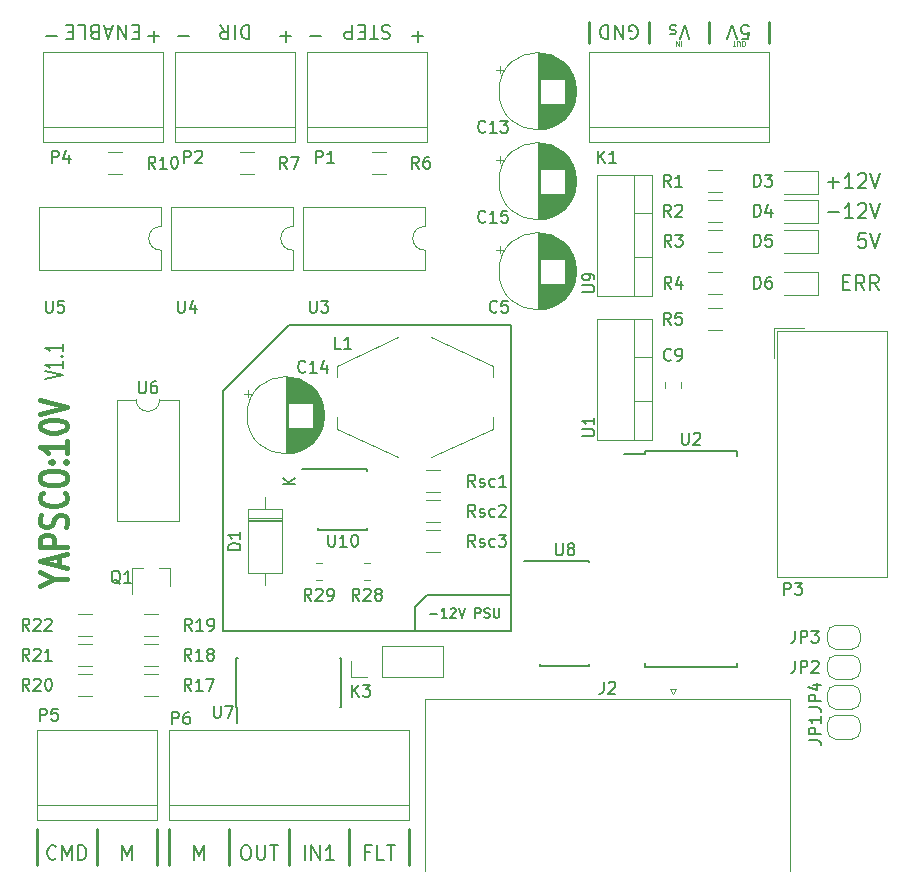
<source format=gbr>
G04 #@! TF.GenerationSoftware,KiCad,Pcbnew,(5.1.7)-1*
G04 #@! TF.CreationDate,2020-09-27T11:12:09+02:00*
G04 #@! TF.ProjectId,YAPSCO,59415053-434f-42e6-9b69-6361645f7063,rev?*
G04 #@! TF.SameCoordinates,PX6a95280PY86ae840*
G04 #@! TF.FileFunction,Legend,Top*
G04 #@! TF.FilePolarity,Positive*
%FSLAX46Y46*%
G04 Gerber Fmt 4.6, Leading zero omitted, Abs format (unit mm)*
G04 Created by KiCad (PCBNEW (5.1.7)-1) date 2020-09-27 11:12:09*
%MOMM*%
%LPD*%
G01*
G04 APERTURE LIST*
%ADD10C,0.250000*%
%ADD11C,0.200000*%
%ADD12C,0.150000*%
%ADD13C,0.090000*%
%ADD14C,0.400000*%
%ADD15C,0.120000*%
G04 APERTURE END LIST*
D10*
X56896000Y72390000D02*
X56896000Y70612000D01*
X61976000Y72390000D02*
X61976000Y70612000D01*
X72136000Y72390000D02*
X72136000Y70612000D01*
X67056000Y72390000D02*
X67056000Y70612000D01*
X10160000Y4064000D02*
X10160000Y1016000D01*
X41656000Y4064000D02*
X41656000Y1016000D01*
X21336000Y4064000D02*
X21336000Y1016000D01*
X20320000Y4064000D02*
X20320000Y1016000D01*
D11*
X10862571Y42164191D02*
X12362571Y42497524D01*
X10862571Y42830858D01*
X12362571Y43688000D02*
X12362571Y43116572D01*
X12362571Y43402286D02*
X10862571Y43402286D01*
X11076857Y43307048D01*
X11219714Y43211810D01*
X11291142Y43116572D01*
X12219714Y44116572D02*
X12291142Y44164191D01*
X12362571Y44116572D01*
X12291142Y44068953D01*
X12219714Y44116572D01*
X12362571Y44116572D01*
X12362571Y45116572D02*
X12362571Y44545143D01*
X12362571Y44830858D02*
X10862571Y44830858D01*
X11076857Y44735620D01*
X11219714Y44640381D01*
X11291142Y44545143D01*
X42164000Y22860000D02*
X42164000Y20828000D01*
X43180000Y23876000D02*
X42164000Y22860000D01*
X50292000Y23876000D02*
X43180000Y23876000D01*
D12*
X43467976Y22294858D02*
X44077500Y22294858D01*
X44877500Y21990096D02*
X44420357Y21990096D01*
X44648928Y21990096D02*
X44648928Y22790096D01*
X44572738Y22675810D01*
X44496547Y22599620D01*
X44420357Y22561524D01*
X45182261Y22713905D02*
X45220357Y22752000D01*
X45296547Y22790096D01*
X45487023Y22790096D01*
X45563214Y22752000D01*
X45601309Y22713905D01*
X45639404Y22637715D01*
X45639404Y22561524D01*
X45601309Y22447239D01*
X45144166Y21990096D01*
X45639404Y21990096D01*
X45867976Y22790096D02*
X46134642Y21990096D01*
X46401309Y22790096D01*
X47277500Y21990096D02*
X47277500Y22790096D01*
X47582261Y22790096D01*
X47658452Y22752000D01*
X47696547Y22713905D01*
X47734642Y22637715D01*
X47734642Y22523429D01*
X47696547Y22447239D01*
X47658452Y22409143D01*
X47582261Y22371048D01*
X47277500Y22371048D01*
X48039404Y22028191D02*
X48153690Y21990096D01*
X48344166Y21990096D01*
X48420357Y22028191D01*
X48458452Y22066286D01*
X48496547Y22142477D01*
X48496547Y22218667D01*
X48458452Y22294858D01*
X48420357Y22332953D01*
X48344166Y22371048D01*
X48191785Y22409143D01*
X48115595Y22447239D01*
X48077500Y22485334D01*
X48039404Y22561524D01*
X48039404Y22637715D01*
X48077500Y22713905D01*
X48115595Y22752000D01*
X48191785Y22790096D01*
X48382261Y22790096D01*
X48496547Y22752000D01*
X48839404Y22790096D02*
X48839404Y22142477D01*
X48877500Y22066286D01*
X48915595Y22028191D01*
X48991785Y21990096D01*
X49144166Y21990096D01*
X49220357Y22028191D01*
X49258452Y22066286D01*
X49296547Y22142477D01*
X49296547Y22790096D01*
D11*
X25908000Y41148000D02*
X25908000Y20828000D01*
X31496000Y46736000D02*
X25908000Y41148000D01*
X50292000Y46736000D02*
X31496000Y46736000D01*
X50292000Y20828000D02*
X50292000Y46736000D01*
X40640000Y20828000D02*
X50292000Y20828000D01*
X25908000Y20828000D02*
X40640000Y20828000D01*
X78448001Y50377715D02*
X78848001Y50377715D01*
X79019429Y49749143D02*
X78448001Y49749143D01*
X78448001Y50949143D01*
X79019429Y50949143D01*
X80219429Y49749143D02*
X79819429Y50320572D01*
X79533715Y49749143D02*
X79533715Y50949143D01*
X79990858Y50949143D01*
X80105144Y50892000D01*
X80162286Y50834858D01*
X80219429Y50720572D01*
X80219429Y50549143D01*
X80162286Y50434858D01*
X80105144Y50377715D01*
X79990858Y50320572D01*
X79533715Y50320572D01*
X81419429Y49749143D02*
X81019429Y50320572D01*
X80733715Y49749143D02*
X80733715Y50949143D01*
X81190858Y50949143D01*
X81305144Y50892000D01*
X81362286Y50834858D01*
X81419429Y50720572D01*
X81419429Y50549143D01*
X81362286Y50434858D01*
X81305144Y50377715D01*
X81190858Y50320572D01*
X80733715Y50320572D01*
X80333714Y54505143D02*
X79762286Y54505143D01*
X79705143Y53933715D01*
X79762286Y53990858D01*
X79876571Y54048000D01*
X80162286Y54048000D01*
X80276571Y53990858D01*
X80333714Y53933715D01*
X80390857Y53819429D01*
X80390857Y53533715D01*
X80333714Y53419429D01*
X80276571Y53362286D01*
X80162286Y53305143D01*
X79876571Y53305143D01*
X79762286Y53362286D01*
X79705143Y53419429D01*
X80733714Y54505143D02*
X81133714Y53305143D01*
X81533714Y54505143D01*
X77133715Y56302286D02*
X78048001Y56302286D01*
X79248001Y55845143D02*
X78562286Y55845143D01*
X78905143Y55845143D02*
X78905143Y57045143D01*
X78790858Y56873715D01*
X78676572Y56759429D01*
X78562286Y56702286D01*
X79705143Y56930858D02*
X79762286Y56988000D01*
X79876572Y57045143D01*
X80162286Y57045143D01*
X80276572Y56988000D01*
X80333715Y56930858D01*
X80390858Y56816572D01*
X80390858Y56702286D01*
X80333715Y56530858D01*
X79648001Y55845143D01*
X80390858Y55845143D01*
X80733715Y57045143D02*
X81133715Y55845143D01*
X81533715Y57045143D01*
X77133715Y58842286D02*
X78048001Y58842286D01*
X77590858Y58385143D02*
X77590858Y59299429D01*
X79248001Y58385143D02*
X78562286Y58385143D01*
X78905143Y58385143D02*
X78905143Y59585143D01*
X78790858Y59413715D01*
X78676572Y59299429D01*
X78562286Y59242286D01*
X79705143Y59470858D02*
X79762286Y59528000D01*
X79876572Y59585143D01*
X80162286Y59585143D01*
X80276572Y59528000D01*
X80333715Y59470858D01*
X80390858Y59356572D01*
X80390858Y59242286D01*
X80333715Y59070858D01*
X79648001Y58385143D01*
X80390858Y58385143D01*
X80733715Y59585143D02*
X81133715Y58385143D01*
X81533715Y59585143D01*
D13*
X64725523Y70792953D02*
X64725523Y70392953D01*
X64535047Y70792953D02*
X64535047Y70392953D01*
X64306476Y70792953D01*
X64306476Y70392953D01*
X69996000Y70392953D02*
X69919809Y70392953D01*
X69881714Y70412000D01*
X69843619Y70450096D01*
X69824571Y70526286D01*
X69824571Y70659620D01*
X69843619Y70735810D01*
X69881714Y70773905D01*
X69919809Y70792953D01*
X69996000Y70792953D01*
X70034095Y70773905D01*
X70072190Y70735810D01*
X70091238Y70659620D01*
X70091238Y70526286D01*
X70072190Y70450096D01*
X70034095Y70412000D01*
X69996000Y70392953D01*
X69653142Y70392953D02*
X69653142Y70716762D01*
X69634095Y70754858D01*
X69615047Y70773905D01*
X69576952Y70792953D01*
X69500761Y70792953D01*
X69462666Y70773905D01*
X69443619Y70754858D01*
X69424571Y70716762D01*
X69424571Y70392953D01*
X69291238Y70392953D02*
X69062666Y70392953D01*
X69176952Y70792953D02*
X69176952Y70392953D01*
D11*
X69824571Y70970858D02*
X70396000Y70970858D01*
X70453142Y71542286D01*
X70396000Y71485143D01*
X70281714Y71428000D01*
X69996000Y71428000D01*
X69881714Y71485143D01*
X69824571Y71542286D01*
X69767428Y71656572D01*
X69767428Y71942286D01*
X69824571Y72056572D01*
X69881714Y72113715D01*
X69996000Y72170858D01*
X70281714Y72170858D01*
X70396000Y72113715D01*
X70453142Y72056572D01*
X69424571Y70970858D02*
X69024571Y72170858D01*
X68624571Y70970858D01*
X60350285Y71028000D02*
X60464571Y70970858D01*
X60636000Y70970858D01*
X60807428Y71028000D01*
X60921714Y71142286D01*
X60978857Y71256572D01*
X61036000Y71485143D01*
X61036000Y71656572D01*
X60978857Y71885143D01*
X60921714Y71999429D01*
X60807428Y72113715D01*
X60636000Y72170858D01*
X60521714Y72170858D01*
X60350285Y72113715D01*
X60293142Y72056572D01*
X60293142Y71656572D01*
X60521714Y71656572D01*
X59778857Y72170858D02*
X59778857Y70970858D01*
X59093142Y72170858D01*
X59093142Y70970858D01*
X58521714Y72170858D02*
X58521714Y70970858D01*
X58236000Y70970858D01*
X58064571Y71028000D01*
X57950285Y71142286D01*
X57893142Y71256572D01*
X57836000Y71485143D01*
X57836000Y71656572D01*
X57893142Y71885143D01*
X57950285Y71999429D01*
X58064571Y72113715D01*
X58236000Y72170858D01*
X58521714Y72170858D01*
X65401714Y70970858D02*
X65001714Y72170858D01*
X64601714Y70970858D01*
X64258857Y72113715D02*
X64144571Y72170858D01*
X63916000Y72170858D01*
X63801714Y72113715D01*
X63744571Y71999429D01*
X63744571Y71942286D01*
X63801714Y71828000D01*
X63916000Y71770858D01*
X64087428Y71770858D01*
X64201714Y71713715D01*
X64258857Y71599429D01*
X64258857Y71542286D01*
X64201714Y71428000D01*
X64087428Y71370858D01*
X63916000Y71370858D01*
X63801714Y71428000D01*
X34239142Y71205715D02*
X33324857Y71205715D01*
X42875142Y71205715D02*
X41960857Y71205715D01*
X42418000Y71662858D02*
X42418000Y70748572D01*
X23063142Y71205715D02*
X22148857Y71205715D01*
X31699142Y71205715D02*
X30784857Y71205715D01*
X31242000Y71662858D02*
X31242000Y70748572D01*
X11887142Y71205715D02*
X10972857Y71205715D01*
X20523142Y71205715D02*
X19608857Y71205715D01*
X20066000Y71662858D02*
X20066000Y70748572D01*
X40042857Y72113715D02*
X39871428Y72170858D01*
X39585714Y72170858D01*
X39471428Y72113715D01*
X39414285Y72056572D01*
X39357142Y71942286D01*
X39357142Y71828000D01*
X39414285Y71713715D01*
X39471428Y71656572D01*
X39585714Y71599429D01*
X39814285Y71542286D01*
X39928571Y71485143D01*
X39985714Y71428000D01*
X40042857Y71313715D01*
X40042857Y71199429D01*
X39985714Y71085143D01*
X39928571Y71028000D01*
X39814285Y70970858D01*
X39528571Y70970858D01*
X39357142Y71028000D01*
X39014285Y70970858D02*
X38328571Y70970858D01*
X38671428Y72170858D02*
X38671428Y70970858D01*
X37928571Y71542286D02*
X37528571Y71542286D01*
X37357142Y72170858D02*
X37928571Y72170858D01*
X37928571Y70970858D01*
X37357142Y70970858D01*
X36842857Y72170858D02*
X36842857Y70970858D01*
X36385714Y70970858D01*
X36271428Y71028000D01*
X36214285Y71085143D01*
X36157142Y71199429D01*
X36157142Y71370858D01*
X36214285Y71485143D01*
X36271428Y71542286D01*
X36385714Y71599429D01*
X36842857Y71599429D01*
X28124000Y72170858D02*
X28124000Y70970858D01*
X27838285Y70970858D01*
X27666857Y71028000D01*
X27552571Y71142286D01*
X27495428Y71256572D01*
X27438285Y71485143D01*
X27438285Y71656572D01*
X27495428Y71885143D01*
X27552571Y71999429D01*
X27666857Y72113715D01*
X27838285Y72170858D01*
X28124000Y72170858D01*
X26924000Y72170858D02*
X26924000Y70970858D01*
X25666857Y72170858D02*
X26066857Y71599429D01*
X26352571Y72170858D02*
X26352571Y70970858D01*
X25895428Y70970858D01*
X25781142Y71028000D01*
X25724000Y71085143D01*
X25666857Y71199429D01*
X25666857Y71370858D01*
X25724000Y71485143D01*
X25781142Y71542286D01*
X25895428Y71599429D01*
X26352571Y71599429D01*
X18776571Y71542286D02*
X18376571Y71542286D01*
X18205142Y72170858D02*
X18776571Y72170858D01*
X18776571Y70970858D01*
X18205142Y70970858D01*
X17690857Y72170858D02*
X17690857Y70970858D01*
X17005142Y72170858D01*
X17005142Y70970858D01*
X16490857Y71828000D02*
X15919428Y71828000D01*
X16605142Y72170858D02*
X16205142Y70970858D01*
X15805142Y72170858D01*
X15005142Y71542286D02*
X14833714Y71599429D01*
X14776571Y71656572D01*
X14719428Y71770858D01*
X14719428Y71942286D01*
X14776571Y72056572D01*
X14833714Y72113715D01*
X14948000Y72170858D01*
X15405142Y72170858D01*
X15405142Y70970858D01*
X15005142Y70970858D01*
X14890857Y71028000D01*
X14833714Y71085143D01*
X14776571Y71199429D01*
X14776571Y71313715D01*
X14833714Y71428000D01*
X14890857Y71485143D01*
X15005142Y71542286D01*
X15405142Y71542286D01*
X13633714Y72170858D02*
X14205142Y72170858D01*
X14205142Y70970858D01*
X13233714Y71542286D02*
X12833714Y71542286D01*
X12662285Y72170858D02*
X13233714Y72170858D01*
X13233714Y70970858D01*
X12662285Y70970858D01*
D10*
X15240000Y4064000D02*
X15240000Y1016000D01*
D11*
X11785714Y1603429D02*
X11728571Y1546286D01*
X11557142Y1489143D01*
X11442857Y1489143D01*
X11271428Y1546286D01*
X11157142Y1660572D01*
X11100000Y1774858D01*
X11042857Y2003429D01*
X11042857Y2174858D01*
X11100000Y2403429D01*
X11157142Y2517715D01*
X11271428Y2632000D01*
X11442857Y2689143D01*
X11557142Y2689143D01*
X11728571Y2632000D01*
X11785714Y2574858D01*
X12300000Y1489143D02*
X12300000Y2689143D01*
X12700000Y1832000D01*
X13100000Y2689143D01*
X13100000Y1489143D01*
X13671428Y1489143D02*
X13671428Y2689143D01*
X13957142Y2689143D01*
X14128571Y2632000D01*
X14242857Y2517715D01*
X14300000Y2403429D01*
X14357142Y2174858D01*
X14357142Y2003429D01*
X14300000Y1774858D01*
X14242857Y1660572D01*
X14128571Y1546286D01*
X13957142Y1489143D01*
X13671428Y1489143D01*
X17380000Y1489143D02*
X17380000Y2689143D01*
X17780000Y1832000D01*
X18180000Y2689143D01*
X18180000Y1489143D01*
D10*
X26416000Y4064000D02*
X26416000Y1016000D01*
X31496000Y4064000D02*
X31496000Y1016000D01*
D11*
X38344571Y2117715D02*
X37944571Y2117715D01*
X37944571Y1489143D02*
X37944571Y2689143D01*
X38516000Y2689143D01*
X39544571Y1489143D02*
X38973142Y1489143D01*
X38973142Y2689143D01*
X39773142Y2689143D02*
X40458857Y2689143D01*
X40116000Y1489143D02*
X40116000Y2689143D01*
X32836000Y1489143D02*
X32836000Y2689143D01*
X33407428Y1489143D02*
X33407428Y2689143D01*
X34093142Y1489143D01*
X34093142Y2689143D01*
X35293142Y1489143D02*
X34607428Y1489143D01*
X34950285Y1489143D02*
X34950285Y2689143D01*
X34836000Y2517715D01*
X34721714Y2403429D01*
X34607428Y2346286D01*
X23476000Y1489143D02*
X23476000Y2689143D01*
X23876000Y1832000D01*
X24276000Y2689143D01*
X24276000Y1489143D01*
X27756000Y2689143D02*
X27984571Y2689143D01*
X28098857Y2632000D01*
X28213142Y2517715D01*
X28270285Y2289143D01*
X28270285Y1889143D01*
X28213142Y1660572D01*
X28098857Y1546286D01*
X27984571Y1489143D01*
X27756000Y1489143D01*
X27641714Y1546286D01*
X27527428Y1660572D01*
X27470285Y1889143D01*
X27470285Y2289143D01*
X27527428Y2517715D01*
X27641714Y2632000D01*
X27756000Y2689143D01*
X28784571Y2689143D02*
X28784571Y1717715D01*
X28841714Y1603429D01*
X28898857Y1546286D01*
X29013142Y1489143D01*
X29241714Y1489143D01*
X29356000Y1546286D01*
X29413142Y1603429D01*
X29470285Y1717715D01*
X29470285Y2689143D01*
X29870285Y2689143D02*
X30556000Y2689143D01*
X30213142Y1489143D02*
X30213142Y2689143D01*
D10*
X36576000Y4064000D02*
X36576000Y1016000D01*
D14*
X11629238Y25226286D02*
X12724476Y25226286D01*
X10424476Y24626286D02*
X11629238Y25226286D01*
X10424476Y25826286D01*
X12067333Y26340572D02*
X12067333Y27197715D01*
X12724476Y26169143D02*
X10424476Y26769143D01*
X12724476Y27369143D01*
X12724476Y27969143D02*
X10424476Y27969143D01*
X10424476Y28654858D01*
X10534000Y28826286D01*
X10643523Y28912000D01*
X10862571Y28997715D01*
X11191142Y28997715D01*
X11410190Y28912000D01*
X11519714Y28826286D01*
X11629238Y28654858D01*
X11629238Y27969143D01*
X12614952Y29683429D02*
X12724476Y29940572D01*
X12724476Y30369143D01*
X12614952Y30540572D01*
X12505428Y30626286D01*
X12286380Y30712000D01*
X12067333Y30712000D01*
X11848285Y30626286D01*
X11738761Y30540572D01*
X11629238Y30369143D01*
X11519714Y30026286D01*
X11410190Y29854858D01*
X11300666Y29769143D01*
X11081619Y29683429D01*
X10862571Y29683429D01*
X10643523Y29769143D01*
X10534000Y29854858D01*
X10424476Y30026286D01*
X10424476Y30454858D01*
X10534000Y30712000D01*
X12505428Y32512000D02*
X12614952Y32426286D01*
X12724476Y32169143D01*
X12724476Y31997715D01*
X12614952Y31740572D01*
X12395904Y31569143D01*
X12176857Y31483429D01*
X11738761Y31397715D01*
X11410190Y31397715D01*
X10972095Y31483429D01*
X10753047Y31569143D01*
X10534000Y31740572D01*
X10424476Y31997715D01*
X10424476Y32169143D01*
X10534000Y32426286D01*
X10643523Y32512000D01*
X10424476Y33626286D02*
X10424476Y33969143D01*
X10534000Y34140572D01*
X10753047Y34312000D01*
X11191142Y34397715D01*
X11957809Y34397715D01*
X12395904Y34312000D01*
X12614952Y34140572D01*
X12724476Y33969143D01*
X12724476Y33626286D01*
X12614952Y33454858D01*
X12395904Y33283429D01*
X11957809Y33197715D01*
X11191142Y33197715D01*
X10753047Y33283429D01*
X10534000Y33454858D01*
X10424476Y33626286D01*
X12505428Y35169143D02*
X12614952Y35254858D01*
X12724476Y35169143D01*
X12614952Y35083429D01*
X12505428Y35169143D01*
X12724476Y35169143D01*
X11300666Y35169143D02*
X11410190Y35254858D01*
X11519714Y35169143D01*
X11410190Y35083429D01*
X11300666Y35169143D01*
X11519714Y35169143D01*
X12724476Y36969143D02*
X12724476Y35940572D01*
X12724476Y36454858D02*
X10424476Y36454858D01*
X10753047Y36283429D01*
X10972095Y36112000D01*
X11081619Y35940572D01*
X10424476Y38083429D02*
X10424476Y38254858D01*
X10534000Y38426286D01*
X10643523Y38512000D01*
X10862571Y38597715D01*
X11300666Y38683429D01*
X11848285Y38683429D01*
X12286380Y38597715D01*
X12505428Y38512000D01*
X12614952Y38426286D01*
X12724476Y38254858D01*
X12724476Y38083429D01*
X12614952Y37912000D01*
X12505428Y37826286D01*
X12286380Y37740572D01*
X11848285Y37654858D01*
X11300666Y37654858D01*
X10862571Y37740572D01*
X10643523Y37826286D01*
X10534000Y37912000D01*
X10424476Y38083429D01*
X10424476Y39197715D02*
X12724476Y39797715D01*
X10424476Y40397715D01*
D15*
X77086000Y15540000D02*
G75*
G02*
X77786000Y16240000I700000J0D01*
G01*
X77786000Y14240000D02*
G75*
G02*
X77086000Y14940000I0J700000D01*
G01*
X79886000Y14940000D02*
G75*
G02*
X79186000Y14240000I-700000J0D01*
G01*
X79186000Y16240000D02*
G75*
G02*
X79886000Y15540000I0J-700000D01*
G01*
X77086000Y14940000D02*
X77086000Y15540000D01*
X79186000Y14240000D02*
X77786000Y14240000D01*
X79886000Y15540000D02*
X79886000Y14940000D01*
X77786000Y16240000D02*
X79186000Y16240000D01*
X77086000Y20620000D02*
G75*
G02*
X77786000Y21320000I700000J0D01*
G01*
X77786000Y19320000D02*
G75*
G02*
X77086000Y20020000I0J700000D01*
G01*
X79886000Y20020000D02*
G75*
G02*
X79186000Y19320000I-700000J0D01*
G01*
X79186000Y21320000D02*
G75*
G02*
X79886000Y20620000I0J-700000D01*
G01*
X77086000Y20020000D02*
X77086000Y20620000D01*
X79186000Y19320000D02*
X77786000Y19320000D01*
X79886000Y20620000D02*
X79886000Y20020000D01*
X77786000Y21320000D02*
X79186000Y21320000D01*
X77086000Y18080000D02*
G75*
G02*
X77786000Y18780000I700000J0D01*
G01*
X77786000Y16780000D02*
G75*
G02*
X77086000Y17480000I0J700000D01*
G01*
X79886000Y17480000D02*
G75*
G02*
X79186000Y16780000I-700000J0D01*
G01*
X79186000Y18780000D02*
G75*
G02*
X79886000Y18080000I0J-700000D01*
G01*
X77086000Y17480000D02*
X77086000Y18080000D01*
X79186000Y16780000D02*
X77786000Y16780000D01*
X79886000Y18080000D02*
X79886000Y17480000D01*
X77786000Y18780000D02*
X79186000Y18780000D01*
X77086000Y13000000D02*
G75*
G02*
X77786000Y13700000I700000J0D01*
G01*
X77786000Y11700000D02*
G75*
G02*
X77086000Y12400000I0J700000D01*
G01*
X79886000Y12400000D02*
G75*
G02*
X79186000Y11700000I-700000J0D01*
G01*
X79186000Y13700000D02*
G75*
G02*
X79886000Y13000000I0J-700000D01*
G01*
X77086000Y12400000D02*
X77086000Y13000000D01*
X79186000Y11700000D02*
X77786000Y11700000D01*
X79886000Y13000000D02*
X79886000Y12400000D01*
X77786000Y13700000D02*
X79186000Y13700000D01*
X10160000Y4826000D02*
X20320000Y4826000D01*
X10160000Y12446000D02*
X10160000Y4826000D01*
X20320000Y12446000D02*
X10160000Y12446000D01*
X20320000Y4826000D02*
X20320000Y12446000D01*
X20320000Y6096000D02*
X10160000Y6096000D01*
X64008000Y15529325D02*
X63758000Y15962338D01*
X64258000Y15962338D02*
X64008000Y15529325D01*
X63758000Y15962338D02*
X64258000Y15962338D01*
X73953000Y15068000D02*
X73953000Y528000D01*
X42983000Y15068000D02*
X73953000Y15068000D01*
X42983000Y528000D02*
X42983000Y15068000D01*
D12*
X27071000Y14435000D02*
X27071000Y13060000D01*
X35946000Y14435000D02*
X35946000Y18585000D01*
X27046000Y14435000D02*
X27046000Y18585000D01*
X35946000Y14435000D02*
X35831000Y14435000D01*
X35946000Y18585000D02*
X35831000Y18585000D01*
X27046000Y18585000D02*
X27161000Y18585000D01*
X27046000Y14435000D02*
X27071000Y14435000D01*
D15*
X49372759Y53462000D02*
X49372759Y52832000D01*
X49057759Y53147000D02*
X49687759Y53147000D01*
X55799000Y51710000D02*
X55799000Y50906000D01*
X55759000Y51941000D02*
X55759000Y50675000D01*
X55719000Y52110000D02*
X55719000Y50506000D01*
X55679000Y52248000D02*
X55679000Y50368000D01*
X55639000Y52367000D02*
X55639000Y50249000D01*
X55599000Y52473000D02*
X55599000Y50143000D01*
X55559000Y52570000D02*
X55559000Y50046000D01*
X55519000Y52658000D02*
X55519000Y49958000D01*
X55479000Y52740000D02*
X55479000Y49876000D01*
X55439000Y52817000D02*
X55439000Y49799000D01*
X55399000Y52889000D02*
X55399000Y49727000D01*
X55359000Y52958000D02*
X55359000Y49658000D01*
X55319000Y53022000D02*
X55319000Y49594000D01*
X55279000Y53084000D02*
X55279000Y49532000D01*
X55239000Y53142000D02*
X55239000Y49474000D01*
X55199000Y53198000D02*
X55199000Y49418000D01*
X55159000Y53252000D02*
X55159000Y49364000D01*
X55119000Y53303000D02*
X55119000Y49313000D01*
X55079000Y53352000D02*
X55079000Y49264000D01*
X55039000Y53400000D02*
X55039000Y49216000D01*
X54999000Y53445000D02*
X54999000Y49171000D01*
X54959000Y53490000D02*
X54959000Y49126000D01*
X54919000Y53532000D02*
X54919000Y49084000D01*
X54879000Y53573000D02*
X54879000Y49043000D01*
X54839000Y50268000D02*
X54839000Y49003000D01*
X54839000Y53613000D02*
X54839000Y52348000D01*
X54799000Y50268000D02*
X54799000Y48965000D01*
X54799000Y53651000D02*
X54799000Y52348000D01*
X54759000Y50268000D02*
X54759000Y48928000D01*
X54759000Y53688000D02*
X54759000Y52348000D01*
X54719000Y50268000D02*
X54719000Y48892000D01*
X54719000Y53724000D02*
X54719000Y52348000D01*
X54679000Y50268000D02*
X54679000Y48858000D01*
X54679000Y53758000D02*
X54679000Y52348000D01*
X54639000Y50268000D02*
X54639000Y48824000D01*
X54639000Y53792000D02*
X54639000Y52348000D01*
X54599000Y50268000D02*
X54599000Y48792000D01*
X54599000Y53824000D02*
X54599000Y52348000D01*
X54559000Y50268000D02*
X54559000Y48760000D01*
X54559000Y53856000D02*
X54559000Y52348000D01*
X54519000Y50268000D02*
X54519000Y48730000D01*
X54519000Y53886000D02*
X54519000Y52348000D01*
X54479000Y50268000D02*
X54479000Y48701000D01*
X54479000Y53915000D02*
X54479000Y52348000D01*
X54439000Y50268000D02*
X54439000Y48672000D01*
X54439000Y53944000D02*
X54439000Y52348000D01*
X54399000Y50268000D02*
X54399000Y48644000D01*
X54399000Y53972000D02*
X54399000Y52348000D01*
X54359000Y50268000D02*
X54359000Y48618000D01*
X54359000Y53998000D02*
X54359000Y52348000D01*
X54319000Y50268000D02*
X54319000Y48592000D01*
X54319000Y54024000D02*
X54319000Y52348000D01*
X54279000Y50268000D02*
X54279000Y48566000D01*
X54279000Y54050000D02*
X54279000Y52348000D01*
X54239000Y50268000D02*
X54239000Y48542000D01*
X54239000Y54074000D02*
X54239000Y52348000D01*
X54199000Y50268000D02*
X54199000Y48518000D01*
X54199000Y54098000D02*
X54199000Y52348000D01*
X54159000Y50268000D02*
X54159000Y48496000D01*
X54159000Y54120000D02*
X54159000Y52348000D01*
X54119000Y50268000D02*
X54119000Y48474000D01*
X54119000Y54142000D02*
X54119000Y52348000D01*
X54079000Y50268000D02*
X54079000Y48452000D01*
X54079000Y54164000D02*
X54079000Y52348000D01*
X54039000Y50268000D02*
X54039000Y48432000D01*
X54039000Y54184000D02*
X54039000Y52348000D01*
X53999000Y50268000D02*
X53999000Y48412000D01*
X53999000Y54204000D02*
X53999000Y52348000D01*
X53959000Y50268000D02*
X53959000Y48392000D01*
X53959000Y54224000D02*
X53959000Y52348000D01*
X53919000Y50268000D02*
X53919000Y48374000D01*
X53919000Y54242000D02*
X53919000Y52348000D01*
X53879000Y50268000D02*
X53879000Y48356000D01*
X53879000Y54260000D02*
X53879000Y52348000D01*
X53839000Y50268000D02*
X53839000Y48338000D01*
X53839000Y54278000D02*
X53839000Y52348000D01*
X53799000Y50268000D02*
X53799000Y48322000D01*
X53799000Y54294000D02*
X53799000Y52348000D01*
X53759000Y50268000D02*
X53759000Y48306000D01*
X53759000Y54310000D02*
X53759000Y52348000D01*
X53719000Y50268000D02*
X53719000Y48290000D01*
X53719000Y54326000D02*
X53719000Y52348000D01*
X53679000Y50268000D02*
X53679000Y48275000D01*
X53679000Y54341000D02*
X53679000Y52348000D01*
X53639000Y50268000D02*
X53639000Y48261000D01*
X53639000Y54355000D02*
X53639000Y52348000D01*
X53599000Y50268000D02*
X53599000Y48247000D01*
X53599000Y54369000D02*
X53599000Y52348000D01*
X53559000Y50268000D02*
X53559000Y48234000D01*
X53559000Y54382000D02*
X53559000Y52348000D01*
X53519000Y50268000D02*
X53519000Y48222000D01*
X53519000Y54394000D02*
X53519000Y52348000D01*
X53479000Y50268000D02*
X53479000Y48210000D01*
X53479000Y54406000D02*
X53479000Y52348000D01*
X53439000Y50268000D02*
X53439000Y48198000D01*
X53439000Y54418000D02*
X53439000Y52348000D01*
X53399000Y50268000D02*
X53399000Y48187000D01*
X53399000Y54429000D02*
X53399000Y52348000D01*
X53359000Y50268000D02*
X53359000Y48177000D01*
X53359000Y54439000D02*
X53359000Y52348000D01*
X53319000Y50268000D02*
X53319000Y48167000D01*
X53319000Y54449000D02*
X53319000Y52348000D01*
X53279000Y50268000D02*
X53279000Y48158000D01*
X53279000Y54458000D02*
X53279000Y52348000D01*
X53238000Y50268000D02*
X53238000Y48149000D01*
X53238000Y54467000D02*
X53238000Y52348000D01*
X53198000Y50268000D02*
X53198000Y48141000D01*
X53198000Y54475000D02*
X53198000Y52348000D01*
X53158000Y50268000D02*
X53158000Y48133000D01*
X53158000Y54483000D02*
X53158000Y52348000D01*
X53118000Y50268000D02*
X53118000Y48126000D01*
X53118000Y54490000D02*
X53118000Y52348000D01*
X53078000Y50268000D02*
X53078000Y48119000D01*
X53078000Y54497000D02*
X53078000Y52348000D01*
X53038000Y50268000D02*
X53038000Y48113000D01*
X53038000Y54503000D02*
X53038000Y52348000D01*
X52998000Y50268000D02*
X52998000Y48107000D01*
X52998000Y54509000D02*
X52998000Y52348000D01*
X52958000Y50268000D02*
X52958000Y48102000D01*
X52958000Y54514000D02*
X52958000Y52348000D01*
X52918000Y50268000D02*
X52918000Y48097000D01*
X52918000Y54519000D02*
X52918000Y52348000D01*
X52878000Y50268000D02*
X52878000Y48093000D01*
X52878000Y54523000D02*
X52878000Y52348000D01*
X52838000Y50268000D02*
X52838000Y48090000D01*
X52838000Y54526000D02*
X52838000Y52348000D01*
X52798000Y50268000D02*
X52798000Y48086000D01*
X52798000Y54530000D02*
X52798000Y52348000D01*
X52758000Y54532000D02*
X52758000Y48084000D01*
X52718000Y54535000D02*
X52718000Y48081000D01*
X52678000Y54536000D02*
X52678000Y48080000D01*
X52638000Y54538000D02*
X52638000Y48078000D01*
X52598000Y54538000D02*
X52598000Y48078000D01*
X52558000Y54538000D02*
X52558000Y48078000D01*
X55828000Y51308000D02*
G75*
G03*
X55828000Y51308000I-3270000J0D01*
G01*
X64718000Y41394748D02*
X64718000Y41917252D01*
X63298000Y41394748D02*
X63298000Y41917252D01*
X49372759Y68702000D02*
X49372759Y68072000D01*
X49057759Y68387000D02*
X49687759Y68387000D01*
X55799000Y66950000D02*
X55799000Y66146000D01*
X55759000Y67181000D02*
X55759000Y65915000D01*
X55719000Y67350000D02*
X55719000Y65746000D01*
X55679000Y67488000D02*
X55679000Y65608000D01*
X55639000Y67607000D02*
X55639000Y65489000D01*
X55599000Y67713000D02*
X55599000Y65383000D01*
X55559000Y67810000D02*
X55559000Y65286000D01*
X55519000Y67898000D02*
X55519000Y65198000D01*
X55479000Y67980000D02*
X55479000Y65116000D01*
X55439000Y68057000D02*
X55439000Y65039000D01*
X55399000Y68129000D02*
X55399000Y64967000D01*
X55359000Y68198000D02*
X55359000Y64898000D01*
X55319000Y68262000D02*
X55319000Y64834000D01*
X55279000Y68324000D02*
X55279000Y64772000D01*
X55239000Y68382000D02*
X55239000Y64714000D01*
X55199000Y68438000D02*
X55199000Y64658000D01*
X55159000Y68492000D02*
X55159000Y64604000D01*
X55119000Y68543000D02*
X55119000Y64553000D01*
X55079000Y68592000D02*
X55079000Y64504000D01*
X55039000Y68640000D02*
X55039000Y64456000D01*
X54999000Y68685000D02*
X54999000Y64411000D01*
X54959000Y68730000D02*
X54959000Y64366000D01*
X54919000Y68772000D02*
X54919000Y64324000D01*
X54879000Y68813000D02*
X54879000Y64283000D01*
X54839000Y65508000D02*
X54839000Y64243000D01*
X54839000Y68853000D02*
X54839000Y67588000D01*
X54799000Y65508000D02*
X54799000Y64205000D01*
X54799000Y68891000D02*
X54799000Y67588000D01*
X54759000Y65508000D02*
X54759000Y64168000D01*
X54759000Y68928000D02*
X54759000Y67588000D01*
X54719000Y65508000D02*
X54719000Y64132000D01*
X54719000Y68964000D02*
X54719000Y67588000D01*
X54679000Y65508000D02*
X54679000Y64098000D01*
X54679000Y68998000D02*
X54679000Y67588000D01*
X54639000Y65508000D02*
X54639000Y64064000D01*
X54639000Y69032000D02*
X54639000Y67588000D01*
X54599000Y65508000D02*
X54599000Y64032000D01*
X54599000Y69064000D02*
X54599000Y67588000D01*
X54559000Y65508000D02*
X54559000Y64000000D01*
X54559000Y69096000D02*
X54559000Y67588000D01*
X54519000Y65508000D02*
X54519000Y63970000D01*
X54519000Y69126000D02*
X54519000Y67588000D01*
X54479000Y65508000D02*
X54479000Y63941000D01*
X54479000Y69155000D02*
X54479000Y67588000D01*
X54439000Y65508000D02*
X54439000Y63912000D01*
X54439000Y69184000D02*
X54439000Y67588000D01*
X54399000Y65508000D02*
X54399000Y63884000D01*
X54399000Y69212000D02*
X54399000Y67588000D01*
X54359000Y65508000D02*
X54359000Y63858000D01*
X54359000Y69238000D02*
X54359000Y67588000D01*
X54319000Y65508000D02*
X54319000Y63832000D01*
X54319000Y69264000D02*
X54319000Y67588000D01*
X54279000Y65508000D02*
X54279000Y63806000D01*
X54279000Y69290000D02*
X54279000Y67588000D01*
X54239000Y65508000D02*
X54239000Y63782000D01*
X54239000Y69314000D02*
X54239000Y67588000D01*
X54199000Y65508000D02*
X54199000Y63758000D01*
X54199000Y69338000D02*
X54199000Y67588000D01*
X54159000Y65508000D02*
X54159000Y63736000D01*
X54159000Y69360000D02*
X54159000Y67588000D01*
X54119000Y65508000D02*
X54119000Y63714000D01*
X54119000Y69382000D02*
X54119000Y67588000D01*
X54079000Y65508000D02*
X54079000Y63692000D01*
X54079000Y69404000D02*
X54079000Y67588000D01*
X54039000Y65508000D02*
X54039000Y63672000D01*
X54039000Y69424000D02*
X54039000Y67588000D01*
X53999000Y65508000D02*
X53999000Y63652000D01*
X53999000Y69444000D02*
X53999000Y67588000D01*
X53959000Y65508000D02*
X53959000Y63632000D01*
X53959000Y69464000D02*
X53959000Y67588000D01*
X53919000Y65508000D02*
X53919000Y63614000D01*
X53919000Y69482000D02*
X53919000Y67588000D01*
X53879000Y65508000D02*
X53879000Y63596000D01*
X53879000Y69500000D02*
X53879000Y67588000D01*
X53839000Y65508000D02*
X53839000Y63578000D01*
X53839000Y69518000D02*
X53839000Y67588000D01*
X53799000Y65508000D02*
X53799000Y63562000D01*
X53799000Y69534000D02*
X53799000Y67588000D01*
X53759000Y65508000D02*
X53759000Y63546000D01*
X53759000Y69550000D02*
X53759000Y67588000D01*
X53719000Y65508000D02*
X53719000Y63530000D01*
X53719000Y69566000D02*
X53719000Y67588000D01*
X53679000Y65508000D02*
X53679000Y63515000D01*
X53679000Y69581000D02*
X53679000Y67588000D01*
X53639000Y65508000D02*
X53639000Y63501000D01*
X53639000Y69595000D02*
X53639000Y67588000D01*
X53599000Y65508000D02*
X53599000Y63487000D01*
X53599000Y69609000D02*
X53599000Y67588000D01*
X53559000Y65508000D02*
X53559000Y63474000D01*
X53559000Y69622000D02*
X53559000Y67588000D01*
X53519000Y65508000D02*
X53519000Y63462000D01*
X53519000Y69634000D02*
X53519000Y67588000D01*
X53479000Y65508000D02*
X53479000Y63450000D01*
X53479000Y69646000D02*
X53479000Y67588000D01*
X53439000Y65508000D02*
X53439000Y63438000D01*
X53439000Y69658000D02*
X53439000Y67588000D01*
X53399000Y65508000D02*
X53399000Y63427000D01*
X53399000Y69669000D02*
X53399000Y67588000D01*
X53359000Y65508000D02*
X53359000Y63417000D01*
X53359000Y69679000D02*
X53359000Y67588000D01*
X53319000Y65508000D02*
X53319000Y63407000D01*
X53319000Y69689000D02*
X53319000Y67588000D01*
X53279000Y65508000D02*
X53279000Y63398000D01*
X53279000Y69698000D02*
X53279000Y67588000D01*
X53238000Y65508000D02*
X53238000Y63389000D01*
X53238000Y69707000D02*
X53238000Y67588000D01*
X53198000Y65508000D02*
X53198000Y63381000D01*
X53198000Y69715000D02*
X53198000Y67588000D01*
X53158000Y65508000D02*
X53158000Y63373000D01*
X53158000Y69723000D02*
X53158000Y67588000D01*
X53118000Y65508000D02*
X53118000Y63366000D01*
X53118000Y69730000D02*
X53118000Y67588000D01*
X53078000Y65508000D02*
X53078000Y63359000D01*
X53078000Y69737000D02*
X53078000Y67588000D01*
X53038000Y65508000D02*
X53038000Y63353000D01*
X53038000Y69743000D02*
X53038000Y67588000D01*
X52998000Y65508000D02*
X52998000Y63347000D01*
X52998000Y69749000D02*
X52998000Y67588000D01*
X52958000Y65508000D02*
X52958000Y63342000D01*
X52958000Y69754000D02*
X52958000Y67588000D01*
X52918000Y65508000D02*
X52918000Y63337000D01*
X52918000Y69759000D02*
X52918000Y67588000D01*
X52878000Y65508000D02*
X52878000Y63333000D01*
X52878000Y69763000D02*
X52878000Y67588000D01*
X52838000Y65508000D02*
X52838000Y63330000D01*
X52838000Y69766000D02*
X52838000Y67588000D01*
X52798000Y65508000D02*
X52798000Y63326000D01*
X52798000Y69770000D02*
X52798000Y67588000D01*
X52758000Y69772000D02*
X52758000Y63324000D01*
X52718000Y69775000D02*
X52718000Y63321000D01*
X52678000Y69776000D02*
X52678000Y63320000D01*
X52638000Y69778000D02*
X52638000Y63318000D01*
X52598000Y69778000D02*
X52598000Y63318000D01*
X52558000Y69778000D02*
X52558000Y63318000D01*
X55828000Y66548000D02*
G75*
G03*
X55828000Y66548000I-3270000J0D01*
G01*
X28036759Y41270000D02*
X28036759Y40640000D01*
X27721759Y40955000D02*
X28351759Y40955000D01*
X34463000Y39518000D02*
X34463000Y38714000D01*
X34423000Y39749000D02*
X34423000Y38483000D01*
X34383000Y39918000D02*
X34383000Y38314000D01*
X34343000Y40056000D02*
X34343000Y38176000D01*
X34303000Y40175000D02*
X34303000Y38057000D01*
X34263000Y40281000D02*
X34263000Y37951000D01*
X34223000Y40378000D02*
X34223000Y37854000D01*
X34183000Y40466000D02*
X34183000Y37766000D01*
X34143000Y40548000D02*
X34143000Y37684000D01*
X34103000Y40625000D02*
X34103000Y37607000D01*
X34063000Y40697000D02*
X34063000Y37535000D01*
X34023000Y40766000D02*
X34023000Y37466000D01*
X33983000Y40830000D02*
X33983000Y37402000D01*
X33943000Y40892000D02*
X33943000Y37340000D01*
X33903000Y40950000D02*
X33903000Y37282000D01*
X33863000Y41006000D02*
X33863000Y37226000D01*
X33823000Y41060000D02*
X33823000Y37172000D01*
X33783000Y41111000D02*
X33783000Y37121000D01*
X33743000Y41160000D02*
X33743000Y37072000D01*
X33703000Y41208000D02*
X33703000Y37024000D01*
X33663000Y41253000D02*
X33663000Y36979000D01*
X33623000Y41298000D02*
X33623000Y36934000D01*
X33583000Y41340000D02*
X33583000Y36892000D01*
X33543000Y41381000D02*
X33543000Y36851000D01*
X33503000Y38076000D02*
X33503000Y36811000D01*
X33503000Y41421000D02*
X33503000Y40156000D01*
X33463000Y38076000D02*
X33463000Y36773000D01*
X33463000Y41459000D02*
X33463000Y40156000D01*
X33423000Y38076000D02*
X33423000Y36736000D01*
X33423000Y41496000D02*
X33423000Y40156000D01*
X33383000Y38076000D02*
X33383000Y36700000D01*
X33383000Y41532000D02*
X33383000Y40156000D01*
X33343000Y38076000D02*
X33343000Y36666000D01*
X33343000Y41566000D02*
X33343000Y40156000D01*
X33303000Y38076000D02*
X33303000Y36632000D01*
X33303000Y41600000D02*
X33303000Y40156000D01*
X33263000Y38076000D02*
X33263000Y36600000D01*
X33263000Y41632000D02*
X33263000Y40156000D01*
X33223000Y38076000D02*
X33223000Y36568000D01*
X33223000Y41664000D02*
X33223000Y40156000D01*
X33183000Y38076000D02*
X33183000Y36538000D01*
X33183000Y41694000D02*
X33183000Y40156000D01*
X33143000Y38076000D02*
X33143000Y36509000D01*
X33143000Y41723000D02*
X33143000Y40156000D01*
X33103000Y38076000D02*
X33103000Y36480000D01*
X33103000Y41752000D02*
X33103000Y40156000D01*
X33063000Y38076000D02*
X33063000Y36452000D01*
X33063000Y41780000D02*
X33063000Y40156000D01*
X33023000Y38076000D02*
X33023000Y36426000D01*
X33023000Y41806000D02*
X33023000Y40156000D01*
X32983000Y38076000D02*
X32983000Y36400000D01*
X32983000Y41832000D02*
X32983000Y40156000D01*
X32943000Y38076000D02*
X32943000Y36374000D01*
X32943000Y41858000D02*
X32943000Y40156000D01*
X32903000Y38076000D02*
X32903000Y36350000D01*
X32903000Y41882000D02*
X32903000Y40156000D01*
X32863000Y38076000D02*
X32863000Y36326000D01*
X32863000Y41906000D02*
X32863000Y40156000D01*
X32823000Y38076000D02*
X32823000Y36304000D01*
X32823000Y41928000D02*
X32823000Y40156000D01*
X32783000Y38076000D02*
X32783000Y36282000D01*
X32783000Y41950000D02*
X32783000Y40156000D01*
X32743000Y38076000D02*
X32743000Y36260000D01*
X32743000Y41972000D02*
X32743000Y40156000D01*
X32703000Y38076000D02*
X32703000Y36240000D01*
X32703000Y41992000D02*
X32703000Y40156000D01*
X32663000Y38076000D02*
X32663000Y36220000D01*
X32663000Y42012000D02*
X32663000Y40156000D01*
X32623000Y38076000D02*
X32623000Y36200000D01*
X32623000Y42032000D02*
X32623000Y40156000D01*
X32583000Y38076000D02*
X32583000Y36182000D01*
X32583000Y42050000D02*
X32583000Y40156000D01*
X32543000Y38076000D02*
X32543000Y36164000D01*
X32543000Y42068000D02*
X32543000Y40156000D01*
X32503000Y38076000D02*
X32503000Y36146000D01*
X32503000Y42086000D02*
X32503000Y40156000D01*
X32463000Y38076000D02*
X32463000Y36130000D01*
X32463000Y42102000D02*
X32463000Y40156000D01*
X32423000Y38076000D02*
X32423000Y36114000D01*
X32423000Y42118000D02*
X32423000Y40156000D01*
X32383000Y38076000D02*
X32383000Y36098000D01*
X32383000Y42134000D02*
X32383000Y40156000D01*
X32343000Y38076000D02*
X32343000Y36083000D01*
X32343000Y42149000D02*
X32343000Y40156000D01*
X32303000Y38076000D02*
X32303000Y36069000D01*
X32303000Y42163000D02*
X32303000Y40156000D01*
X32263000Y38076000D02*
X32263000Y36055000D01*
X32263000Y42177000D02*
X32263000Y40156000D01*
X32223000Y38076000D02*
X32223000Y36042000D01*
X32223000Y42190000D02*
X32223000Y40156000D01*
X32183000Y38076000D02*
X32183000Y36030000D01*
X32183000Y42202000D02*
X32183000Y40156000D01*
X32143000Y38076000D02*
X32143000Y36018000D01*
X32143000Y42214000D02*
X32143000Y40156000D01*
X32103000Y38076000D02*
X32103000Y36006000D01*
X32103000Y42226000D02*
X32103000Y40156000D01*
X32063000Y38076000D02*
X32063000Y35995000D01*
X32063000Y42237000D02*
X32063000Y40156000D01*
X32023000Y38076000D02*
X32023000Y35985000D01*
X32023000Y42247000D02*
X32023000Y40156000D01*
X31983000Y38076000D02*
X31983000Y35975000D01*
X31983000Y42257000D02*
X31983000Y40156000D01*
X31943000Y38076000D02*
X31943000Y35966000D01*
X31943000Y42266000D02*
X31943000Y40156000D01*
X31902000Y38076000D02*
X31902000Y35957000D01*
X31902000Y42275000D02*
X31902000Y40156000D01*
X31862000Y38076000D02*
X31862000Y35949000D01*
X31862000Y42283000D02*
X31862000Y40156000D01*
X31822000Y38076000D02*
X31822000Y35941000D01*
X31822000Y42291000D02*
X31822000Y40156000D01*
X31782000Y38076000D02*
X31782000Y35934000D01*
X31782000Y42298000D02*
X31782000Y40156000D01*
X31742000Y38076000D02*
X31742000Y35927000D01*
X31742000Y42305000D02*
X31742000Y40156000D01*
X31702000Y38076000D02*
X31702000Y35921000D01*
X31702000Y42311000D02*
X31702000Y40156000D01*
X31662000Y38076000D02*
X31662000Y35915000D01*
X31662000Y42317000D02*
X31662000Y40156000D01*
X31622000Y38076000D02*
X31622000Y35910000D01*
X31622000Y42322000D02*
X31622000Y40156000D01*
X31582000Y38076000D02*
X31582000Y35905000D01*
X31582000Y42327000D02*
X31582000Y40156000D01*
X31542000Y38076000D02*
X31542000Y35901000D01*
X31542000Y42331000D02*
X31542000Y40156000D01*
X31502000Y38076000D02*
X31502000Y35898000D01*
X31502000Y42334000D02*
X31502000Y40156000D01*
X31462000Y38076000D02*
X31462000Y35894000D01*
X31462000Y42338000D02*
X31462000Y40156000D01*
X31422000Y42340000D02*
X31422000Y35892000D01*
X31382000Y42343000D02*
X31382000Y35889000D01*
X31342000Y42344000D02*
X31342000Y35888000D01*
X31302000Y42346000D02*
X31302000Y35886000D01*
X31262000Y42346000D02*
X31262000Y35886000D01*
X31222000Y42346000D02*
X31222000Y35886000D01*
X34492000Y39116000D02*
G75*
G03*
X34492000Y39116000I-3270000J0D01*
G01*
X49372759Y61082000D02*
X49372759Y60452000D01*
X49057759Y60767000D02*
X49687759Y60767000D01*
X55799000Y59330000D02*
X55799000Y58526000D01*
X55759000Y59561000D02*
X55759000Y58295000D01*
X55719000Y59730000D02*
X55719000Y58126000D01*
X55679000Y59868000D02*
X55679000Y57988000D01*
X55639000Y59987000D02*
X55639000Y57869000D01*
X55599000Y60093000D02*
X55599000Y57763000D01*
X55559000Y60190000D02*
X55559000Y57666000D01*
X55519000Y60278000D02*
X55519000Y57578000D01*
X55479000Y60360000D02*
X55479000Y57496000D01*
X55439000Y60437000D02*
X55439000Y57419000D01*
X55399000Y60509000D02*
X55399000Y57347000D01*
X55359000Y60578000D02*
X55359000Y57278000D01*
X55319000Y60642000D02*
X55319000Y57214000D01*
X55279000Y60704000D02*
X55279000Y57152000D01*
X55239000Y60762000D02*
X55239000Y57094000D01*
X55199000Y60818000D02*
X55199000Y57038000D01*
X55159000Y60872000D02*
X55159000Y56984000D01*
X55119000Y60923000D02*
X55119000Y56933000D01*
X55079000Y60972000D02*
X55079000Y56884000D01*
X55039000Y61020000D02*
X55039000Y56836000D01*
X54999000Y61065000D02*
X54999000Y56791000D01*
X54959000Y61110000D02*
X54959000Y56746000D01*
X54919000Y61152000D02*
X54919000Y56704000D01*
X54879000Y61193000D02*
X54879000Y56663000D01*
X54839000Y57888000D02*
X54839000Y56623000D01*
X54839000Y61233000D02*
X54839000Y59968000D01*
X54799000Y57888000D02*
X54799000Y56585000D01*
X54799000Y61271000D02*
X54799000Y59968000D01*
X54759000Y57888000D02*
X54759000Y56548000D01*
X54759000Y61308000D02*
X54759000Y59968000D01*
X54719000Y57888000D02*
X54719000Y56512000D01*
X54719000Y61344000D02*
X54719000Y59968000D01*
X54679000Y57888000D02*
X54679000Y56478000D01*
X54679000Y61378000D02*
X54679000Y59968000D01*
X54639000Y57888000D02*
X54639000Y56444000D01*
X54639000Y61412000D02*
X54639000Y59968000D01*
X54599000Y57888000D02*
X54599000Y56412000D01*
X54599000Y61444000D02*
X54599000Y59968000D01*
X54559000Y57888000D02*
X54559000Y56380000D01*
X54559000Y61476000D02*
X54559000Y59968000D01*
X54519000Y57888000D02*
X54519000Y56350000D01*
X54519000Y61506000D02*
X54519000Y59968000D01*
X54479000Y57888000D02*
X54479000Y56321000D01*
X54479000Y61535000D02*
X54479000Y59968000D01*
X54439000Y57888000D02*
X54439000Y56292000D01*
X54439000Y61564000D02*
X54439000Y59968000D01*
X54399000Y57888000D02*
X54399000Y56264000D01*
X54399000Y61592000D02*
X54399000Y59968000D01*
X54359000Y57888000D02*
X54359000Y56238000D01*
X54359000Y61618000D02*
X54359000Y59968000D01*
X54319000Y57888000D02*
X54319000Y56212000D01*
X54319000Y61644000D02*
X54319000Y59968000D01*
X54279000Y57888000D02*
X54279000Y56186000D01*
X54279000Y61670000D02*
X54279000Y59968000D01*
X54239000Y57888000D02*
X54239000Y56162000D01*
X54239000Y61694000D02*
X54239000Y59968000D01*
X54199000Y57888000D02*
X54199000Y56138000D01*
X54199000Y61718000D02*
X54199000Y59968000D01*
X54159000Y57888000D02*
X54159000Y56116000D01*
X54159000Y61740000D02*
X54159000Y59968000D01*
X54119000Y57888000D02*
X54119000Y56094000D01*
X54119000Y61762000D02*
X54119000Y59968000D01*
X54079000Y57888000D02*
X54079000Y56072000D01*
X54079000Y61784000D02*
X54079000Y59968000D01*
X54039000Y57888000D02*
X54039000Y56052000D01*
X54039000Y61804000D02*
X54039000Y59968000D01*
X53999000Y57888000D02*
X53999000Y56032000D01*
X53999000Y61824000D02*
X53999000Y59968000D01*
X53959000Y57888000D02*
X53959000Y56012000D01*
X53959000Y61844000D02*
X53959000Y59968000D01*
X53919000Y57888000D02*
X53919000Y55994000D01*
X53919000Y61862000D02*
X53919000Y59968000D01*
X53879000Y57888000D02*
X53879000Y55976000D01*
X53879000Y61880000D02*
X53879000Y59968000D01*
X53839000Y57888000D02*
X53839000Y55958000D01*
X53839000Y61898000D02*
X53839000Y59968000D01*
X53799000Y57888000D02*
X53799000Y55942000D01*
X53799000Y61914000D02*
X53799000Y59968000D01*
X53759000Y57888000D02*
X53759000Y55926000D01*
X53759000Y61930000D02*
X53759000Y59968000D01*
X53719000Y57888000D02*
X53719000Y55910000D01*
X53719000Y61946000D02*
X53719000Y59968000D01*
X53679000Y57888000D02*
X53679000Y55895000D01*
X53679000Y61961000D02*
X53679000Y59968000D01*
X53639000Y57888000D02*
X53639000Y55881000D01*
X53639000Y61975000D02*
X53639000Y59968000D01*
X53599000Y57888000D02*
X53599000Y55867000D01*
X53599000Y61989000D02*
X53599000Y59968000D01*
X53559000Y57888000D02*
X53559000Y55854000D01*
X53559000Y62002000D02*
X53559000Y59968000D01*
X53519000Y57888000D02*
X53519000Y55842000D01*
X53519000Y62014000D02*
X53519000Y59968000D01*
X53479000Y57888000D02*
X53479000Y55830000D01*
X53479000Y62026000D02*
X53479000Y59968000D01*
X53439000Y57888000D02*
X53439000Y55818000D01*
X53439000Y62038000D02*
X53439000Y59968000D01*
X53399000Y57888000D02*
X53399000Y55807000D01*
X53399000Y62049000D02*
X53399000Y59968000D01*
X53359000Y57888000D02*
X53359000Y55797000D01*
X53359000Y62059000D02*
X53359000Y59968000D01*
X53319000Y57888000D02*
X53319000Y55787000D01*
X53319000Y62069000D02*
X53319000Y59968000D01*
X53279000Y57888000D02*
X53279000Y55778000D01*
X53279000Y62078000D02*
X53279000Y59968000D01*
X53238000Y57888000D02*
X53238000Y55769000D01*
X53238000Y62087000D02*
X53238000Y59968000D01*
X53198000Y57888000D02*
X53198000Y55761000D01*
X53198000Y62095000D02*
X53198000Y59968000D01*
X53158000Y57888000D02*
X53158000Y55753000D01*
X53158000Y62103000D02*
X53158000Y59968000D01*
X53118000Y57888000D02*
X53118000Y55746000D01*
X53118000Y62110000D02*
X53118000Y59968000D01*
X53078000Y57888000D02*
X53078000Y55739000D01*
X53078000Y62117000D02*
X53078000Y59968000D01*
X53038000Y57888000D02*
X53038000Y55733000D01*
X53038000Y62123000D02*
X53038000Y59968000D01*
X52998000Y57888000D02*
X52998000Y55727000D01*
X52998000Y62129000D02*
X52998000Y59968000D01*
X52958000Y57888000D02*
X52958000Y55722000D01*
X52958000Y62134000D02*
X52958000Y59968000D01*
X52918000Y57888000D02*
X52918000Y55717000D01*
X52918000Y62139000D02*
X52918000Y59968000D01*
X52878000Y57888000D02*
X52878000Y55713000D01*
X52878000Y62143000D02*
X52878000Y59968000D01*
X52838000Y57888000D02*
X52838000Y55710000D01*
X52838000Y62146000D02*
X52838000Y59968000D01*
X52798000Y57888000D02*
X52798000Y55706000D01*
X52798000Y62150000D02*
X52798000Y59968000D01*
X52758000Y62152000D02*
X52758000Y55704000D01*
X52718000Y62155000D02*
X52718000Y55701000D01*
X52678000Y62156000D02*
X52678000Y55700000D01*
X52638000Y62158000D02*
X52638000Y55698000D01*
X52598000Y62158000D02*
X52598000Y55698000D01*
X52558000Y62158000D02*
X52558000Y55698000D01*
X55828000Y58928000D02*
G75*
G03*
X55828000Y58928000I-3270000J0D01*
G01*
X30934000Y30388000D02*
X27994000Y30388000D01*
X30934000Y30148000D02*
X27994000Y30148000D01*
X30934000Y30268000D02*
X27994000Y30268000D01*
X29464000Y24708000D02*
X29464000Y25728000D01*
X29464000Y32188000D02*
X29464000Y31168000D01*
X30934000Y25728000D02*
X30934000Y31168000D01*
X27994000Y25728000D02*
X30934000Y25728000D01*
X27994000Y31168000D02*
X27994000Y25728000D01*
X30934000Y31168000D02*
X27994000Y31168000D01*
X76282000Y59761000D02*
X73422000Y59761000D01*
X76282000Y57841000D02*
X76282000Y59761000D01*
X73422000Y57841000D02*
X76282000Y57841000D01*
X76282000Y57348000D02*
X73422000Y57348000D01*
X76282000Y55428000D02*
X76282000Y57348000D01*
X73422000Y55428000D02*
X76282000Y55428000D01*
X76282000Y54808000D02*
X73422000Y54808000D01*
X76282000Y52888000D02*
X76282000Y54808000D01*
X73422000Y52888000D02*
X76282000Y52888000D01*
X76282000Y51252000D02*
X73422000Y51252000D01*
X76282000Y49332000D02*
X76282000Y51252000D01*
X73422000Y49332000D02*
X76282000Y49332000D01*
X56896000Y62230000D02*
X72136000Y62230000D01*
X56896000Y69850000D02*
X72136000Y69850000D01*
X56896000Y63500000D02*
X72136000Y63500000D01*
X72136000Y62230000D02*
X72136000Y69850000D01*
X56896000Y62230000D02*
X56896000Y69850000D01*
X36770000Y16958000D02*
X36770000Y18288000D01*
X38100000Y16958000D02*
X36770000Y16958000D01*
X39370000Y16958000D02*
X39370000Y19618000D01*
X39370000Y19618000D02*
X44510000Y19618000D01*
X39370000Y16958000D02*
X44510000Y16958000D01*
X44510000Y16958000D02*
X44510000Y19618000D01*
X48764000Y43290000D02*
X48764000Y42340000D01*
X35564000Y37990000D02*
X35564000Y38940000D01*
X48764000Y43290000D02*
X43564000Y45740000D01*
X35564000Y37990000D02*
X40764000Y35540000D01*
X48764000Y37990000D02*
X43564000Y35540000D01*
X48764000Y37990000D02*
X48764000Y38940000D01*
X35564000Y43290000D02*
X40764000Y45740000D01*
X35564000Y43290000D02*
X35564000Y42340000D01*
X33020000Y62230000D02*
X43180000Y62230000D01*
X33020000Y69850000D02*
X33020000Y62230000D01*
X43180000Y69850000D02*
X33020000Y69850000D01*
X43180000Y62230000D02*
X43180000Y69850000D01*
X43180000Y63500000D02*
X33020000Y63500000D01*
X21844000Y62230000D02*
X32004000Y62230000D01*
X21844000Y69850000D02*
X21844000Y62230000D01*
X32004000Y69850000D02*
X21844000Y69850000D01*
X32004000Y62230000D02*
X32004000Y69850000D01*
X32004000Y63500000D02*
X21844000Y63500000D01*
X10668000Y62230000D02*
X20828000Y62230000D01*
X10668000Y69850000D02*
X10668000Y62230000D01*
X20828000Y69850000D02*
X10668000Y69850000D01*
X20828000Y62230000D02*
X20828000Y69850000D01*
X20828000Y63500000D02*
X10668000Y63500000D01*
X21336000Y4826000D02*
X41656000Y4826000D01*
X21336000Y12446000D02*
X41656000Y12446000D01*
X41656000Y6096000D02*
X21336000Y6096000D01*
X41656000Y4826000D02*
X41656000Y12446000D01*
X21336000Y12446000D02*
X21336000Y4826000D01*
X21392000Y26160000D02*
X21392000Y24700000D01*
X18232000Y26160000D02*
X18232000Y24000000D01*
X18232000Y26160000D02*
X19162000Y26160000D01*
X21392000Y26160000D02*
X20462000Y26160000D01*
X66961936Y58018000D02*
X68166064Y58018000D01*
X66961936Y59838000D02*
X68166064Y59838000D01*
X66998436Y55478000D02*
X68202564Y55478000D01*
X66998436Y57298000D02*
X68202564Y57298000D01*
X68202564Y54758000D02*
X66998436Y54758000D01*
X68202564Y52938000D02*
X66998436Y52938000D01*
X66998436Y49382000D02*
X68202564Y49382000D01*
X66998436Y51202000D02*
X68202564Y51202000D01*
X66961936Y46334000D02*
X68166064Y46334000D01*
X66961936Y48154000D02*
X68166064Y48154000D01*
X38550436Y59542000D02*
X39754564Y59542000D01*
X38550436Y61362000D02*
X39754564Y61362000D01*
X27374436Y59542000D02*
X28578564Y59542000D01*
X27374436Y61362000D02*
X28578564Y61362000D01*
X16161936Y59542000D02*
X17366064Y59542000D01*
X16161936Y61362000D02*
X17366064Y61362000D01*
X19246436Y15346000D02*
X20450564Y15346000D01*
X19246436Y17166000D02*
X20450564Y17166000D01*
X19246436Y17886000D02*
X20450564Y17886000D01*
X19246436Y19706000D02*
X20450564Y19706000D01*
X19246436Y20426000D02*
X20450564Y20426000D01*
X19246436Y22246000D02*
X20450564Y22246000D01*
X13621936Y15346000D02*
X14826064Y15346000D01*
X13621936Y17166000D02*
X14826064Y17166000D01*
X13658436Y17886000D02*
X14862564Y17886000D01*
X13658436Y19706000D02*
X14862564Y19706000D01*
X13658436Y20426000D02*
X14862564Y20426000D01*
X13658436Y22246000D02*
X14862564Y22246000D01*
X37838748Y25198000D02*
X38361252Y25198000D01*
X37838748Y26618000D02*
X38361252Y26618000D01*
X34297252Y26618000D02*
X33774748Y26618000D01*
X34297252Y25198000D02*
X33774748Y25198000D01*
X43122436Y32618000D02*
X44326564Y32618000D01*
X43122436Y34438000D02*
X44326564Y34438000D01*
X43122436Y30078000D02*
X44326564Y30078000D01*
X43122436Y31898000D02*
X44326564Y31898000D01*
X43085936Y27538000D02*
X44290064Y27538000D01*
X43085936Y29358000D02*
X44290064Y29358000D01*
X62198000Y40313000D02*
X60688000Y40313000D01*
X62198000Y44014000D02*
X60688000Y44014000D01*
X60688000Y47284000D02*
X60688000Y37044000D01*
X62198000Y37044000D02*
X57557000Y37044000D01*
X62198000Y47284000D02*
X57557000Y47284000D01*
X57557000Y47284000D02*
X57557000Y37044000D01*
X62198000Y47284000D02*
X62198000Y37044000D01*
D12*
X61657000Y35799000D02*
X59832000Y35799000D01*
X61657000Y17799000D02*
X69407000Y17799000D01*
X61657000Y36049000D02*
X69407000Y36049000D01*
X61657000Y17799000D02*
X61657000Y18144000D01*
X69407000Y17799000D02*
X69407000Y18144000D01*
X69407000Y36049000D02*
X69407000Y35704000D01*
X61657000Y36049000D02*
X61657000Y35799000D01*
D15*
X42986000Y51452000D02*
X42986000Y53102000D01*
X32706000Y51452000D02*
X42986000Y51452000D01*
X32706000Y56752000D02*
X32706000Y51452000D01*
X42986000Y56752000D02*
X32706000Y56752000D01*
X42986000Y55102000D02*
X42986000Y56752000D01*
X42986000Y53102000D02*
G75*
G02*
X42986000Y55102000I0J1000000D01*
G01*
X31810000Y51452000D02*
X31810000Y53102000D01*
X21530000Y51452000D02*
X31810000Y51452000D01*
X21530000Y56752000D02*
X21530000Y51452000D01*
X31810000Y56752000D02*
X21530000Y56752000D01*
X31810000Y55102000D02*
X31810000Y56752000D01*
X31810000Y53102000D02*
G75*
G02*
X31810000Y55102000I0J1000000D01*
G01*
X20634000Y55102000D02*
X20634000Y56752000D01*
X20634000Y56752000D02*
X10354000Y56752000D01*
X10354000Y56752000D02*
X10354000Y51452000D01*
X10354000Y51452000D02*
X20634000Y51452000D01*
X20634000Y51452000D02*
X20634000Y53102000D01*
X20634000Y53102000D02*
G75*
G02*
X20634000Y55102000I0J1000000D01*
G01*
X22208000Y40446000D02*
X20558000Y40446000D01*
X22208000Y30166000D02*
X22208000Y40446000D01*
X16908000Y30166000D02*
X22208000Y30166000D01*
X16908000Y40446000D02*
X16908000Y30166000D01*
X18558000Y40446000D02*
X16908000Y40446000D01*
X20558000Y40446000D02*
G75*
G02*
X18558000Y40446000I-1000000J0D01*
G01*
D12*
X52789000Y26777000D02*
X51414000Y26777000D01*
X52789000Y17902000D02*
X56939000Y17902000D01*
X52789000Y26802000D02*
X56939000Y26802000D01*
X52789000Y17902000D02*
X52789000Y18017000D01*
X56939000Y17902000D02*
X56939000Y18017000D01*
X56939000Y26802000D02*
X56939000Y26687000D01*
X52789000Y26802000D02*
X52789000Y26777000D01*
D15*
X62198000Y52505000D02*
X60688000Y52505000D01*
X62198000Y56206000D02*
X60688000Y56206000D01*
X60688000Y59476000D02*
X60688000Y49236000D01*
X62198000Y49236000D02*
X57557000Y49236000D01*
X62198000Y59476000D02*
X57557000Y59476000D01*
X57557000Y59476000D02*
X57557000Y49236000D01*
X62198000Y59476000D02*
X62198000Y49236000D01*
D12*
X33993000Y34529000D02*
X32593000Y34529000D01*
X33993000Y29429000D02*
X38143000Y29429000D01*
X33993000Y34579000D02*
X38143000Y34579000D01*
X33993000Y29429000D02*
X33993000Y29574000D01*
X38143000Y29429000D02*
X38143000Y29574000D01*
X38143000Y34579000D02*
X38143000Y34434000D01*
X33993000Y34579000D02*
X33993000Y34529000D01*
D15*
X82145000Y46244000D02*
X82145000Y25384000D01*
X82145000Y25384000D02*
X72795000Y25384000D01*
X72795000Y25384000D02*
X72795000Y46244000D01*
X72795000Y46244000D02*
X82145000Y46244000D01*
X72545000Y46494000D02*
X72545000Y43954000D01*
X72545000Y46494000D02*
X75085000Y46494000D01*
D12*
X75525380Y14406667D02*
X76239666Y14406667D01*
X76382523Y14359048D01*
X76477761Y14263810D01*
X76525380Y14120953D01*
X76525380Y14025715D01*
X76525380Y14882858D02*
X75525380Y14882858D01*
X75525380Y15263810D01*
X75573000Y15359048D01*
X75620619Y15406667D01*
X75715857Y15454286D01*
X75858714Y15454286D01*
X75953952Y15406667D01*
X76001571Y15359048D01*
X76049190Y15263810D01*
X76049190Y14882858D01*
X75858714Y16311429D02*
X76525380Y16311429D01*
X75477761Y16073334D02*
X76192047Y15835239D01*
X76192047Y16454286D01*
X74350666Y20867620D02*
X74350666Y20153334D01*
X74303047Y20010477D01*
X74207809Y19915239D01*
X74064952Y19867620D01*
X73969714Y19867620D01*
X74826857Y19867620D02*
X74826857Y20867620D01*
X75207809Y20867620D01*
X75303047Y20820000D01*
X75350666Y20772381D01*
X75398285Y20677143D01*
X75398285Y20534286D01*
X75350666Y20439048D01*
X75303047Y20391429D01*
X75207809Y20343810D01*
X74826857Y20343810D01*
X75731619Y20867620D02*
X76350666Y20867620D01*
X76017333Y20486667D01*
X76160190Y20486667D01*
X76255428Y20439048D01*
X76303047Y20391429D01*
X76350666Y20296191D01*
X76350666Y20058096D01*
X76303047Y19962858D01*
X76255428Y19915239D01*
X76160190Y19867620D01*
X75874476Y19867620D01*
X75779238Y19915239D01*
X75731619Y19962858D01*
X74350666Y18327620D02*
X74350666Y17613334D01*
X74303047Y17470477D01*
X74207809Y17375239D01*
X74064952Y17327620D01*
X73969714Y17327620D01*
X74826857Y17327620D02*
X74826857Y18327620D01*
X75207809Y18327620D01*
X75303047Y18280000D01*
X75350666Y18232381D01*
X75398285Y18137143D01*
X75398285Y17994286D01*
X75350666Y17899048D01*
X75303047Y17851429D01*
X75207809Y17803810D01*
X74826857Y17803810D01*
X75779238Y18232381D02*
X75826857Y18280000D01*
X75922095Y18327620D01*
X76160190Y18327620D01*
X76255428Y18280000D01*
X76303047Y18232381D01*
X76350666Y18137143D01*
X76350666Y18041905D01*
X76303047Y17899048D01*
X75731619Y17327620D01*
X76350666Y17327620D01*
X75525380Y11612667D02*
X76239666Y11612667D01*
X76382523Y11565048D01*
X76477761Y11469810D01*
X76525380Y11326953D01*
X76525380Y11231715D01*
X76525380Y12088858D02*
X75525380Y12088858D01*
X75525380Y12469810D01*
X75573000Y12565048D01*
X75620619Y12612667D01*
X75715857Y12660286D01*
X75858714Y12660286D01*
X75953952Y12612667D01*
X76001571Y12565048D01*
X76049190Y12469810D01*
X76049190Y12088858D01*
X76525380Y13612667D02*
X76525380Y13041239D01*
X76525380Y13326953D02*
X75525380Y13326953D01*
X75668238Y13231715D01*
X75763476Y13136477D01*
X75811095Y13041239D01*
X10437904Y13263620D02*
X10437904Y14263620D01*
X10818857Y14263620D01*
X10914095Y14216000D01*
X10961714Y14168381D01*
X11009333Y14073143D01*
X11009333Y13930286D01*
X10961714Y13835048D01*
X10914095Y13787429D01*
X10818857Y13739810D01*
X10437904Y13739810D01*
X11914095Y14263620D02*
X11437904Y14263620D01*
X11390285Y13787429D01*
X11437904Y13835048D01*
X11533142Y13882667D01*
X11771238Y13882667D01*
X11866476Y13835048D01*
X11914095Y13787429D01*
X11961714Y13692191D01*
X11961714Y13454096D01*
X11914095Y13358858D01*
X11866476Y13311239D01*
X11771238Y13263620D01*
X11533142Y13263620D01*
X11437904Y13311239D01*
X11390285Y13358858D01*
X58134666Y16555620D02*
X58134666Y15841334D01*
X58087047Y15698477D01*
X57991809Y15603239D01*
X57848952Y15555620D01*
X57753714Y15555620D01*
X58563238Y16460381D02*
X58610857Y16508000D01*
X58706095Y16555620D01*
X58944190Y16555620D01*
X59039428Y16508000D01*
X59087047Y16460381D01*
X59134666Y16365143D01*
X59134666Y16269905D01*
X59087047Y16127048D01*
X58515619Y15555620D01*
X59134666Y15555620D01*
X25146095Y14517620D02*
X25146095Y13708096D01*
X25193714Y13612858D01*
X25241333Y13565239D01*
X25336571Y13517620D01*
X25527047Y13517620D01*
X25622285Y13565239D01*
X25669904Y13612858D01*
X25717523Y13708096D01*
X25717523Y14517620D01*
X26098476Y14517620D02*
X26765142Y14517620D01*
X26336571Y13517620D01*
X49109333Y47902858D02*
X49061714Y47855239D01*
X48918857Y47807620D01*
X48823619Y47807620D01*
X48680761Y47855239D01*
X48585523Y47950477D01*
X48537904Y48045715D01*
X48490285Y48236191D01*
X48490285Y48379048D01*
X48537904Y48569524D01*
X48585523Y48664762D01*
X48680761Y48760000D01*
X48823619Y48807620D01*
X48918857Y48807620D01*
X49061714Y48760000D01*
X49109333Y48712381D01*
X50014095Y48807620D02*
X49537904Y48807620D01*
X49490285Y48331429D01*
X49537904Y48379048D01*
X49633142Y48426667D01*
X49871238Y48426667D01*
X49966476Y48379048D01*
X50014095Y48331429D01*
X50061714Y48236191D01*
X50061714Y47998096D01*
X50014095Y47902858D01*
X49966476Y47855239D01*
X49871238Y47807620D01*
X49633142Y47807620D01*
X49537904Y47855239D01*
X49490285Y47902858D01*
X63841333Y43829858D02*
X63793714Y43782239D01*
X63650857Y43734620D01*
X63555619Y43734620D01*
X63412761Y43782239D01*
X63317523Y43877477D01*
X63269904Y43972715D01*
X63222285Y44163191D01*
X63222285Y44306048D01*
X63269904Y44496524D01*
X63317523Y44591762D01*
X63412761Y44687000D01*
X63555619Y44734620D01*
X63650857Y44734620D01*
X63793714Y44687000D01*
X63841333Y44639381D01*
X64317523Y43734620D02*
X64508000Y43734620D01*
X64603238Y43782239D01*
X64650857Y43829858D01*
X64746095Y43972715D01*
X64793714Y44163191D01*
X64793714Y44544143D01*
X64746095Y44639381D01*
X64698476Y44687000D01*
X64603238Y44734620D01*
X64412761Y44734620D01*
X64317523Y44687000D01*
X64269904Y44639381D01*
X64222285Y44544143D01*
X64222285Y44306048D01*
X64269904Y44210810D01*
X64317523Y44163191D01*
X64412761Y44115572D01*
X64603238Y44115572D01*
X64698476Y44163191D01*
X64746095Y44210810D01*
X64793714Y44306048D01*
X48125142Y63142858D02*
X48077523Y63095239D01*
X47934666Y63047620D01*
X47839428Y63047620D01*
X47696571Y63095239D01*
X47601333Y63190477D01*
X47553714Y63285715D01*
X47506095Y63476191D01*
X47506095Y63619048D01*
X47553714Y63809524D01*
X47601333Y63904762D01*
X47696571Y64000000D01*
X47839428Y64047620D01*
X47934666Y64047620D01*
X48077523Y64000000D01*
X48125142Y63952381D01*
X49077523Y63047620D02*
X48506095Y63047620D01*
X48791809Y63047620D02*
X48791809Y64047620D01*
X48696571Y63904762D01*
X48601333Y63809524D01*
X48506095Y63761905D01*
X49410857Y64047620D02*
X50029904Y64047620D01*
X49696571Y63666667D01*
X49839428Y63666667D01*
X49934666Y63619048D01*
X49982285Y63571429D01*
X50029904Y63476191D01*
X50029904Y63238096D01*
X49982285Y63142858D01*
X49934666Y63095239D01*
X49839428Y63047620D01*
X49553714Y63047620D01*
X49458476Y63095239D01*
X49410857Y63142858D01*
X32885142Y42822858D02*
X32837523Y42775239D01*
X32694666Y42727620D01*
X32599428Y42727620D01*
X32456571Y42775239D01*
X32361333Y42870477D01*
X32313714Y42965715D01*
X32266095Y43156191D01*
X32266095Y43299048D01*
X32313714Y43489524D01*
X32361333Y43584762D01*
X32456571Y43680000D01*
X32599428Y43727620D01*
X32694666Y43727620D01*
X32837523Y43680000D01*
X32885142Y43632381D01*
X33837523Y42727620D02*
X33266095Y42727620D01*
X33551809Y42727620D02*
X33551809Y43727620D01*
X33456571Y43584762D01*
X33361333Y43489524D01*
X33266095Y43441905D01*
X34694666Y43394286D02*
X34694666Y42727620D01*
X34456571Y43775239D02*
X34218476Y43060953D01*
X34837523Y43060953D01*
X48125142Y55522858D02*
X48077523Y55475239D01*
X47934666Y55427620D01*
X47839428Y55427620D01*
X47696571Y55475239D01*
X47601333Y55570477D01*
X47553714Y55665715D01*
X47506095Y55856191D01*
X47506095Y55999048D01*
X47553714Y56189524D01*
X47601333Y56284762D01*
X47696571Y56380000D01*
X47839428Y56427620D01*
X47934666Y56427620D01*
X48077523Y56380000D01*
X48125142Y56332381D01*
X49077523Y55427620D02*
X48506095Y55427620D01*
X48791809Y55427620D02*
X48791809Y56427620D01*
X48696571Y56284762D01*
X48601333Y56189524D01*
X48506095Y56141905D01*
X49982285Y56427620D02*
X49506095Y56427620D01*
X49458476Y55951429D01*
X49506095Y55999048D01*
X49601333Y56046667D01*
X49839428Y56046667D01*
X49934666Y55999048D01*
X49982285Y55951429D01*
X50029904Y55856191D01*
X50029904Y55618096D01*
X49982285Y55522858D01*
X49934666Y55475239D01*
X49839428Y55427620D01*
X49601333Y55427620D01*
X49506095Y55475239D01*
X49458476Y55522858D01*
X27376380Y27709905D02*
X26376380Y27709905D01*
X26376380Y27948000D01*
X26424000Y28090858D01*
X26519238Y28186096D01*
X26614476Y28233715D01*
X26804952Y28281334D01*
X26947809Y28281334D01*
X27138285Y28233715D01*
X27233523Y28186096D01*
X27328761Y28090858D01*
X27376380Y27948000D01*
X27376380Y27709905D01*
X27376380Y29233715D02*
X27376380Y28662286D01*
X27376380Y28948000D02*
X26376380Y28948000D01*
X26519238Y28852762D01*
X26614476Y28757524D01*
X26662095Y28662286D01*
X32016380Y33266096D02*
X31016380Y33266096D01*
X32016380Y33837524D02*
X31444952Y33408953D01*
X31016380Y33837524D02*
X31587809Y33266096D01*
X70889904Y58475620D02*
X70889904Y59475620D01*
X71128000Y59475620D01*
X71270857Y59428000D01*
X71366095Y59332762D01*
X71413714Y59237524D01*
X71461333Y59047048D01*
X71461333Y58904191D01*
X71413714Y58713715D01*
X71366095Y58618477D01*
X71270857Y58523239D01*
X71128000Y58475620D01*
X70889904Y58475620D01*
X71794666Y59475620D02*
X72413714Y59475620D01*
X72080380Y59094667D01*
X72223238Y59094667D01*
X72318476Y59047048D01*
X72366095Y58999429D01*
X72413714Y58904191D01*
X72413714Y58666096D01*
X72366095Y58570858D01*
X72318476Y58523239D01*
X72223238Y58475620D01*
X71937523Y58475620D01*
X71842285Y58523239D01*
X71794666Y58570858D01*
X70889904Y55935620D02*
X70889904Y56935620D01*
X71128000Y56935620D01*
X71270857Y56888000D01*
X71366095Y56792762D01*
X71413714Y56697524D01*
X71461333Y56507048D01*
X71461333Y56364191D01*
X71413714Y56173715D01*
X71366095Y56078477D01*
X71270857Y55983239D01*
X71128000Y55935620D01*
X70889904Y55935620D01*
X72318476Y56602286D02*
X72318476Y55935620D01*
X72080380Y56983239D02*
X71842285Y56268953D01*
X72461333Y56268953D01*
X70889904Y53395620D02*
X70889904Y54395620D01*
X71128000Y54395620D01*
X71270857Y54348000D01*
X71366095Y54252762D01*
X71413714Y54157524D01*
X71461333Y53967048D01*
X71461333Y53824191D01*
X71413714Y53633715D01*
X71366095Y53538477D01*
X71270857Y53443239D01*
X71128000Y53395620D01*
X70889904Y53395620D01*
X72366095Y54395620D02*
X71889904Y54395620D01*
X71842285Y53919429D01*
X71889904Y53967048D01*
X71985142Y54014667D01*
X72223238Y54014667D01*
X72318476Y53967048D01*
X72366095Y53919429D01*
X72413714Y53824191D01*
X72413714Y53586096D01*
X72366095Y53490858D01*
X72318476Y53443239D01*
X72223238Y53395620D01*
X71985142Y53395620D01*
X71889904Y53443239D01*
X71842285Y53490858D01*
X70889904Y49839620D02*
X70889904Y50839620D01*
X71128000Y50839620D01*
X71270857Y50792000D01*
X71366095Y50696762D01*
X71413714Y50601524D01*
X71461333Y50411048D01*
X71461333Y50268191D01*
X71413714Y50077715D01*
X71366095Y49982477D01*
X71270857Y49887239D01*
X71128000Y49839620D01*
X70889904Y49839620D01*
X72318476Y50839620D02*
X72128000Y50839620D01*
X72032761Y50792000D01*
X71985142Y50744381D01*
X71889904Y50601524D01*
X71842285Y50411048D01*
X71842285Y50030096D01*
X71889904Y49934858D01*
X71937523Y49887239D01*
X72032761Y49839620D01*
X72223238Y49839620D01*
X72318476Y49887239D01*
X72366095Y49934858D01*
X72413714Y50030096D01*
X72413714Y50268191D01*
X72366095Y50363429D01*
X72318476Y50411048D01*
X72223238Y50458667D01*
X72032761Y50458667D01*
X71937523Y50411048D01*
X71889904Y50363429D01*
X71842285Y50268191D01*
X57681904Y60507620D02*
X57681904Y61507620D01*
X58253333Y60507620D02*
X57824761Y61079048D01*
X58253333Y61507620D02*
X57681904Y60936191D01*
X59205714Y60507620D02*
X58634285Y60507620D01*
X58920000Y60507620D02*
X58920000Y61507620D01*
X58824761Y61364762D01*
X58729523Y61269524D01*
X58634285Y61221905D01*
X36853904Y15295620D02*
X36853904Y16295620D01*
X37425333Y15295620D02*
X36996761Y15867048D01*
X37425333Y16295620D02*
X36853904Y15724191D01*
X37758666Y16295620D02*
X38377714Y16295620D01*
X38044380Y15914667D01*
X38187238Y15914667D01*
X38282476Y15867048D01*
X38330095Y15819429D01*
X38377714Y15724191D01*
X38377714Y15486096D01*
X38330095Y15390858D01*
X38282476Y15343239D01*
X38187238Y15295620D01*
X37901523Y15295620D01*
X37806285Y15343239D01*
X37758666Y15390858D01*
X35901333Y44759620D02*
X35425142Y44759620D01*
X35425142Y45759620D01*
X36758476Y44759620D02*
X36187047Y44759620D01*
X36472761Y44759620D02*
X36472761Y45759620D01*
X36377523Y45616762D01*
X36282285Y45521524D01*
X36187047Y45473905D01*
X33805904Y60507620D02*
X33805904Y61507620D01*
X34186857Y61507620D01*
X34282095Y61460000D01*
X34329714Y61412381D01*
X34377333Y61317143D01*
X34377333Y61174286D01*
X34329714Y61079048D01*
X34282095Y61031429D01*
X34186857Y60983810D01*
X33805904Y60983810D01*
X35329714Y60507620D02*
X34758285Y60507620D01*
X35044000Y60507620D02*
X35044000Y61507620D01*
X34948761Y61364762D01*
X34853523Y61269524D01*
X34758285Y61221905D01*
X22629904Y60507620D02*
X22629904Y61507620D01*
X23010857Y61507620D01*
X23106095Y61460000D01*
X23153714Y61412381D01*
X23201333Y61317143D01*
X23201333Y61174286D01*
X23153714Y61079048D01*
X23106095Y61031429D01*
X23010857Y60983810D01*
X22629904Y60983810D01*
X23582285Y61412381D02*
X23629904Y61460000D01*
X23725142Y61507620D01*
X23963238Y61507620D01*
X24058476Y61460000D01*
X24106095Y61412381D01*
X24153714Y61317143D01*
X24153714Y61221905D01*
X24106095Y61079048D01*
X23534666Y60507620D01*
X24153714Y60507620D01*
X11453904Y60507620D02*
X11453904Y61507620D01*
X11834857Y61507620D01*
X11930095Y61460000D01*
X11977714Y61412381D01*
X12025333Y61317143D01*
X12025333Y61174286D01*
X11977714Y61079048D01*
X11930095Y61031429D01*
X11834857Y60983810D01*
X11453904Y60983810D01*
X12882476Y61174286D02*
X12882476Y60507620D01*
X12644380Y61555239D02*
X12406285Y60840953D01*
X13025333Y60840953D01*
X21613904Y12983620D02*
X21613904Y13983620D01*
X21994857Y13983620D01*
X22090095Y13936000D01*
X22137714Y13888381D01*
X22185333Y13793143D01*
X22185333Y13650286D01*
X22137714Y13555048D01*
X22090095Y13507429D01*
X21994857Y13459810D01*
X21613904Y13459810D01*
X23042476Y13983620D02*
X22852000Y13983620D01*
X22756761Y13936000D01*
X22709142Y13888381D01*
X22613904Y13745524D01*
X22566285Y13555048D01*
X22566285Y13174096D01*
X22613904Y13078858D01*
X22661523Y13031239D01*
X22756761Y12983620D01*
X22947238Y12983620D01*
X23042476Y13031239D01*
X23090095Y13078858D01*
X23137714Y13174096D01*
X23137714Y13412191D01*
X23090095Y13507429D01*
X23042476Y13555048D01*
X22947238Y13602667D01*
X22756761Y13602667D01*
X22661523Y13555048D01*
X22613904Y13507429D01*
X22566285Y13412191D01*
X17216761Y24852381D02*
X17121523Y24900000D01*
X17026285Y24995239D01*
X16883428Y25138096D01*
X16788190Y25185715D01*
X16692952Y25185715D01*
X16740571Y24947620D02*
X16645333Y24995239D01*
X16550095Y25090477D01*
X16502476Y25280953D01*
X16502476Y25614286D01*
X16550095Y25804762D01*
X16645333Y25900000D01*
X16740571Y25947620D01*
X16931047Y25947620D01*
X17026285Y25900000D01*
X17121523Y25804762D01*
X17169142Y25614286D01*
X17169142Y25280953D01*
X17121523Y25090477D01*
X17026285Y24995239D01*
X16931047Y24947620D01*
X16740571Y24947620D01*
X18121523Y24947620D02*
X17550095Y24947620D01*
X17835809Y24947620D02*
X17835809Y25947620D01*
X17740571Y25804762D01*
X17645333Y25709524D01*
X17550095Y25661905D01*
X63841333Y58475620D02*
X63508000Y58951810D01*
X63269904Y58475620D02*
X63269904Y59475620D01*
X63650857Y59475620D01*
X63746095Y59428000D01*
X63793714Y59380381D01*
X63841333Y59285143D01*
X63841333Y59142286D01*
X63793714Y59047048D01*
X63746095Y58999429D01*
X63650857Y58951810D01*
X63269904Y58951810D01*
X64793714Y58475620D02*
X64222285Y58475620D01*
X64508000Y58475620D02*
X64508000Y59475620D01*
X64412761Y59332762D01*
X64317523Y59237524D01*
X64222285Y59189905D01*
X63841333Y55935620D02*
X63508000Y56411810D01*
X63269904Y55935620D02*
X63269904Y56935620D01*
X63650857Y56935620D01*
X63746095Y56888000D01*
X63793714Y56840381D01*
X63841333Y56745143D01*
X63841333Y56602286D01*
X63793714Y56507048D01*
X63746095Y56459429D01*
X63650857Y56411810D01*
X63269904Y56411810D01*
X64222285Y56840381D02*
X64269904Y56888000D01*
X64365142Y56935620D01*
X64603238Y56935620D01*
X64698476Y56888000D01*
X64746095Y56840381D01*
X64793714Y56745143D01*
X64793714Y56649905D01*
X64746095Y56507048D01*
X64174666Y55935620D01*
X64793714Y55935620D01*
X63877833Y53395620D02*
X63544500Y53871810D01*
X63306404Y53395620D02*
X63306404Y54395620D01*
X63687357Y54395620D01*
X63782595Y54348000D01*
X63830214Y54300381D01*
X63877833Y54205143D01*
X63877833Y54062286D01*
X63830214Y53967048D01*
X63782595Y53919429D01*
X63687357Y53871810D01*
X63306404Y53871810D01*
X64211166Y54395620D02*
X64830214Y54395620D01*
X64496880Y54014667D01*
X64639738Y54014667D01*
X64734976Y53967048D01*
X64782595Y53919429D01*
X64830214Y53824191D01*
X64830214Y53586096D01*
X64782595Y53490858D01*
X64734976Y53443239D01*
X64639738Y53395620D01*
X64354023Y53395620D01*
X64258785Y53443239D01*
X64211166Y53490858D01*
X63877833Y49839620D02*
X63544500Y50315810D01*
X63306404Y49839620D02*
X63306404Y50839620D01*
X63687357Y50839620D01*
X63782595Y50792000D01*
X63830214Y50744381D01*
X63877833Y50649143D01*
X63877833Y50506286D01*
X63830214Y50411048D01*
X63782595Y50363429D01*
X63687357Y50315810D01*
X63306404Y50315810D01*
X64734976Y50506286D02*
X64734976Y49839620D01*
X64496880Y50887239D02*
X64258785Y50172953D01*
X64877833Y50172953D01*
X63841333Y46791620D02*
X63508000Y47267810D01*
X63269904Y46791620D02*
X63269904Y47791620D01*
X63650857Y47791620D01*
X63746095Y47744000D01*
X63793714Y47696381D01*
X63841333Y47601143D01*
X63841333Y47458286D01*
X63793714Y47363048D01*
X63746095Y47315429D01*
X63650857Y47267810D01*
X63269904Y47267810D01*
X64746095Y47791620D02*
X64269904Y47791620D01*
X64222285Y47315429D01*
X64269904Y47363048D01*
X64365142Y47410667D01*
X64603238Y47410667D01*
X64698476Y47363048D01*
X64746095Y47315429D01*
X64793714Y47220191D01*
X64793714Y46982096D01*
X64746095Y46886858D01*
X64698476Y46839239D01*
X64603238Y46791620D01*
X64365142Y46791620D01*
X64269904Y46839239D01*
X64222285Y46886858D01*
X42505333Y59999620D02*
X42172000Y60475810D01*
X41933904Y59999620D02*
X41933904Y60999620D01*
X42314857Y60999620D01*
X42410095Y60952000D01*
X42457714Y60904381D01*
X42505333Y60809143D01*
X42505333Y60666286D01*
X42457714Y60571048D01*
X42410095Y60523429D01*
X42314857Y60475810D01*
X41933904Y60475810D01*
X43362476Y60999620D02*
X43172000Y60999620D01*
X43076761Y60952000D01*
X43029142Y60904381D01*
X42933904Y60761524D01*
X42886285Y60571048D01*
X42886285Y60190096D01*
X42933904Y60094858D01*
X42981523Y60047239D01*
X43076761Y59999620D01*
X43267238Y59999620D01*
X43362476Y60047239D01*
X43410095Y60094858D01*
X43457714Y60190096D01*
X43457714Y60428191D01*
X43410095Y60523429D01*
X43362476Y60571048D01*
X43267238Y60618667D01*
X43076761Y60618667D01*
X42981523Y60571048D01*
X42933904Y60523429D01*
X42886285Y60428191D01*
X31329333Y59999620D02*
X30996000Y60475810D01*
X30757904Y59999620D02*
X30757904Y60999620D01*
X31138857Y60999620D01*
X31234095Y60952000D01*
X31281714Y60904381D01*
X31329333Y60809143D01*
X31329333Y60666286D01*
X31281714Y60571048D01*
X31234095Y60523429D01*
X31138857Y60475810D01*
X30757904Y60475810D01*
X31662666Y60999620D02*
X32329333Y60999620D01*
X31900761Y59999620D01*
X20185142Y59999620D02*
X19851809Y60475810D01*
X19613714Y59999620D02*
X19613714Y60999620D01*
X19994666Y60999620D01*
X20089904Y60952000D01*
X20137523Y60904381D01*
X20185142Y60809143D01*
X20185142Y60666286D01*
X20137523Y60571048D01*
X20089904Y60523429D01*
X19994666Y60475810D01*
X19613714Y60475810D01*
X21137523Y59999620D02*
X20566095Y59999620D01*
X20851809Y59999620D02*
X20851809Y60999620D01*
X20756571Y60856762D01*
X20661333Y60761524D01*
X20566095Y60713905D01*
X21756571Y60999620D02*
X21851809Y60999620D01*
X21947047Y60952000D01*
X21994666Y60904381D01*
X22042285Y60809143D01*
X22089904Y60618667D01*
X22089904Y60380572D01*
X22042285Y60190096D01*
X21994666Y60094858D01*
X21947047Y60047239D01*
X21851809Y59999620D01*
X21756571Y59999620D01*
X21661333Y60047239D01*
X21613714Y60094858D01*
X21566095Y60190096D01*
X21518476Y60380572D01*
X21518476Y60618667D01*
X21566095Y60809143D01*
X21613714Y60904381D01*
X21661333Y60952000D01*
X21756571Y60999620D01*
X23233142Y15803620D02*
X22899809Y16279810D01*
X22661714Y15803620D02*
X22661714Y16803620D01*
X23042666Y16803620D01*
X23137904Y16756000D01*
X23185523Y16708381D01*
X23233142Y16613143D01*
X23233142Y16470286D01*
X23185523Y16375048D01*
X23137904Y16327429D01*
X23042666Y16279810D01*
X22661714Y16279810D01*
X24185523Y15803620D02*
X23614095Y15803620D01*
X23899809Y15803620D02*
X23899809Y16803620D01*
X23804571Y16660762D01*
X23709333Y16565524D01*
X23614095Y16517905D01*
X24518857Y16803620D02*
X25185523Y16803620D01*
X24756952Y15803620D01*
X23233142Y18343620D02*
X22899809Y18819810D01*
X22661714Y18343620D02*
X22661714Y19343620D01*
X23042666Y19343620D01*
X23137904Y19296000D01*
X23185523Y19248381D01*
X23233142Y19153143D01*
X23233142Y19010286D01*
X23185523Y18915048D01*
X23137904Y18867429D01*
X23042666Y18819810D01*
X22661714Y18819810D01*
X24185523Y18343620D02*
X23614095Y18343620D01*
X23899809Y18343620D02*
X23899809Y19343620D01*
X23804571Y19200762D01*
X23709333Y19105524D01*
X23614095Y19057905D01*
X24756952Y18915048D02*
X24661714Y18962667D01*
X24614095Y19010286D01*
X24566476Y19105524D01*
X24566476Y19153143D01*
X24614095Y19248381D01*
X24661714Y19296000D01*
X24756952Y19343620D01*
X24947428Y19343620D01*
X25042666Y19296000D01*
X25090285Y19248381D01*
X25137904Y19153143D01*
X25137904Y19105524D01*
X25090285Y19010286D01*
X25042666Y18962667D01*
X24947428Y18915048D01*
X24756952Y18915048D01*
X24661714Y18867429D01*
X24614095Y18819810D01*
X24566476Y18724572D01*
X24566476Y18534096D01*
X24614095Y18438858D01*
X24661714Y18391239D01*
X24756952Y18343620D01*
X24947428Y18343620D01*
X25042666Y18391239D01*
X25090285Y18438858D01*
X25137904Y18534096D01*
X25137904Y18724572D01*
X25090285Y18819810D01*
X25042666Y18867429D01*
X24947428Y18915048D01*
X23269642Y20883620D02*
X22936309Y21359810D01*
X22698214Y20883620D02*
X22698214Y21883620D01*
X23079166Y21883620D01*
X23174404Y21836000D01*
X23222023Y21788381D01*
X23269642Y21693143D01*
X23269642Y21550286D01*
X23222023Y21455048D01*
X23174404Y21407429D01*
X23079166Y21359810D01*
X22698214Y21359810D01*
X24222023Y20883620D02*
X23650595Y20883620D01*
X23936309Y20883620D02*
X23936309Y21883620D01*
X23841071Y21740762D01*
X23745833Y21645524D01*
X23650595Y21597905D01*
X24698214Y20883620D02*
X24888690Y20883620D01*
X24983928Y20931239D01*
X25031547Y20978858D01*
X25126785Y21121715D01*
X25174404Y21312191D01*
X25174404Y21693143D01*
X25126785Y21788381D01*
X25079166Y21836000D01*
X24983928Y21883620D01*
X24793452Y21883620D01*
X24698214Y21836000D01*
X24650595Y21788381D01*
X24602976Y21693143D01*
X24602976Y21455048D01*
X24650595Y21359810D01*
X24698214Y21312191D01*
X24793452Y21264572D01*
X24983928Y21264572D01*
X25079166Y21312191D01*
X25126785Y21359810D01*
X25174404Y21455048D01*
X9517142Y15803620D02*
X9183809Y16279810D01*
X8945714Y15803620D02*
X8945714Y16803620D01*
X9326666Y16803620D01*
X9421904Y16756000D01*
X9469523Y16708381D01*
X9517142Y16613143D01*
X9517142Y16470286D01*
X9469523Y16375048D01*
X9421904Y16327429D01*
X9326666Y16279810D01*
X8945714Y16279810D01*
X9898095Y16708381D02*
X9945714Y16756000D01*
X10040952Y16803620D01*
X10279047Y16803620D01*
X10374285Y16756000D01*
X10421904Y16708381D01*
X10469523Y16613143D01*
X10469523Y16517905D01*
X10421904Y16375048D01*
X9850476Y15803620D01*
X10469523Y15803620D01*
X11088571Y16803620D02*
X11183809Y16803620D01*
X11279047Y16756000D01*
X11326666Y16708381D01*
X11374285Y16613143D01*
X11421904Y16422667D01*
X11421904Y16184572D01*
X11374285Y15994096D01*
X11326666Y15898858D01*
X11279047Y15851239D01*
X11183809Y15803620D01*
X11088571Y15803620D01*
X10993333Y15851239D01*
X10945714Y15898858D01*
X10898095Y15994096D01*
X10850476Y16184572D01*
X10850476Y16422667D01*
X10898095Y16613143D01*
X10945714Y16708381D01*
X10993333Y16756000D01*
X11088571Y16803620D01*
X9517142Y18343620D02*
X9183809Y18819810D01*
X8945714Y18343620D02*
X8945714Y19343620D01*
X9326666Y19343620D01*
X9421904Y19296000D01*
X9469523Y19248381D01*
X9517142Y19153143D01*
X9517142Y19010286D01*
X9469523Y18915048D01*
X9421904Y18867429D01*
X9326666Y18819810D01*
X8945714Y18819810D01*
X9898095Y19248381D02*
X9945714Y19296000D01*
X10040952Y19343620D01*
X10279047Y19343620D01*
X10374285Y19296000D01*
X10421904Y19248381D01*
X10469523Y19153143D01*
X10469523Y19057905D01*
X10421904Y18915048D01*
X9850476Y18343620D01*
X10469523Y18343620D01*
X11421904Y18343620D02*
X10850476Y18343620D01*
X11136190Y18343620D02*
X11136190Y19343620D01*
X11040952Y19200762D01*
X10945714Y19105524D01*
X10850476Y19057905D01*
X9517142Y20883620D02*
X9183809Y21359810D01*
X8945714Y20883620D02*
X8945714Y21883620D01*
X9326666Y21883620D01*
X9421904Y21836000D01*
X9469523Y21788381D01*
X9517142Y21693143D01*
X9517142Y21550286D01*
X9469523Y21455048D01*
X9421904Y21407429D01*
X9326666Y21359810D01*
X8945714Y21359810D01*
X9898095Y21788381D02*
X9945714Y21836000D01*
X10040952Y21883620D01*
X10279047Y21883620D01*
X10374285Y21836000D01*
X10421904Y21788381D01*
X10469523Y21693143D01*
X10469523Y21597905D01*
X10421904Y21455048D01*
X9850476Y20883620D01*
X10469523Y20883620D01*
X10850476Y21788381D02*
X10898095Y21836000D01*
X10993333Y21883620D01*
X11231428Y21883620D01*
X11326666Y21836000D01*
X11374285Y21788381D01*
X11421904Y21693143D01*
X11421904Y21597905D01*
X11374285Y21455048D01*
X10802857Y20883620D01*
X11421904Y20883620D01*
X37457142Y23423620D02*
X37123809Y23899810D01*
X36885714Y23423620D02*
X36885714Y24423620D01*
X37266666Y24423620D01*
X37361904Y24376000D01*
X37409523Y24328381D01*
X37457142Y24233143D01*
X37457142Y24090286D01*
X37409523Y23995048D01*
X37361904Y23947429D01*
X37266666Y23899810D01*
X36885714Y23899810D01*
X37838095Y24328381D02*
X37885714Y24376000D01*
X37980952Y24423620D01*
X38219047Y24423620D01*
X38314285Y24376000D01*
X38361904Y24328381D01*
X38409523Y24233143D01*
X38409523Y24137905D01*
X38361904Y23995048D01*
X37790476Y23423620D01*
X38409523Y23423620D01*
X38980952Y23995048D02*
X38885714Y24042667D01*
X38838095Y24090286D01*
X38790476Y24185524D01*
X38790476Y24233143D01*
X38838095Y24328381D01*
X38885714Y24376000D01*
X38980952Y24423620D01*
X39171428Y24423620D01*
X39266666Y24376000D01*
X39314285Y24328381D01*
X39361904Y24233143D01*
X39361904Y24185524D01*
X39314285Y24090286D01*
X39266666Y24042667D01*
X39171428Y23995048D01*
X38980952Y23995048D01*
X38885714Y23947429D01*
X38838095Y23899810D01*
X38790476Y23804572D01*
X38790476Y23614096D01*
X38838095Y23518858D01*
X38885714Y23471239D01*
X38980952Y23423620D01*
X39171428Y23423620D01*
X39266666Y23471239D01*
X39314285Y23518858D01*
X39361904Y23614096D01*
X39361904Y23804572D01*
X39314285Y23899810D01*
X39266666Y23947429D01*
X39171428Y23995048D01*
X33393142Y23423620D02*
X33059809Y23899810D01*
X32821714Y23423620D02*
X32821714Y24423620D01*
X33202666Y24423620D01*
X33297904Y24376000D01*
X33345523Y24328381D01*
X33393142Y24233143D01*
X33393142Y24090286D01*
X33345523Y23995048D01*
X33297904Y23947429D01*
X33202666Y23899810D01*
X32821714Y23899810D01*
X33774095Y24328381D02*
X33821714Y24376000D01*
X33916952Y24423620D01*
X34155047Y24423620D01*
X34250285Y24376000D01*
X34297904Y24328381D01*
X34345523Y24233143D01*
X34345523Y24137905D01*
X34297904Y23995048D01*
X33726476Y23423620D01*
X34345523Y23423620D01*
X34821714Y23423620D02*
X35012190Y23423620D01*
X35107428Y23471239D01*
X35155047Y23518858D01*
X35250285Y23661715D01*
X35297904Y23852191D01*
X35297904Y24233143D01*
X35250285Y24328381D01*
X35202666Y24376000D01*
X35107428Y24423620D01*
X34916952Y24423620D01*
X34821714Y24376000D01*
X34774095Y24328381D01*
X34726476Y24233143D01*
X34726476Y23995048D01*
X34774095Y23899810D01*
X34821714Y23852191D01*
X34916952Y23804572D01*
X35107428Y23804572D01*
X35202666Y23852191D01*
X35250285Y23899810D01*
X35297904Y23995048D01*
X47260000Y33075620D02*
X46926666Y33551810D01*
X46688571Y33075620D02*
X46688571Y34075620D01*
X47069523Y34075620D01*
X47164761Y34028000D01*
X47212380Y33980381D01*
X47260000Y33885143D01*
X47260000Y33742286D01*
X47212380Y33647048D01*
X47164761Y33599429D01*
X47069523Y33551810D01*
X46688571Y33551810D01*
X47640952Y33123239D02*
X47736190Y33075620D01*
X47926666Y33075620D01*
X48021904Y33123239D01*
X48069523Y33218477D01*
X48069523Y33266096D01*
X48021904Y33361334D01*
X47926666Y33408953D01*
X47783809Y33408953D01*
X47688571Y33456572D01*
X47640952Y33551810D01*
X47640952Y33599429D01*
X47688571Y33694667D01*
X47783809Y33742286D01*
X47926666Y33742286D01*
X48021904Y33694667D01*
X48926666Y33123239D02*
X48831428Y33075620D01*
X48640952Y33075620D01*
X48545714Y33123239D01*
X48498095Y33170858D01*
X48450476Y33266096D01*
X48450476Y33551810D01*
X48498095Y33647048D01*
X48545714Y33694667D01*
X48640952Y33742286D01*
X48831428Y33742286D01*
X48926666Y33694667D01*
X49879047Y33075620D02*
X49307619Y33075620D01*
X49593333Y33075620D02*
X49593333Y34075620D01*
X49498095Y33932762D01*
X49402857Y33837524D01*
X49307619Y33789905D01*
X47260000Y30535620D02*
X46926666Y31011810D01*
X46688571Y30535620D02*
X46688571Y31535620D01*
X47069523Y31535620D01*
X47164761Y31488000D01*
X47212380Y31440381D01*
X47260000Y31345143D01*
X47260000Y31202286D01*
X47212380Y31107048D01*
X47164761Y31059429D01*
X47069523Y31011810D01*
X46688571Y31011810D01*
X47640952Y30583239D02*
X47736190Y30535620D01*
X47926666Y30535620D01*
X48021904Y30583239D01*
X48069523Y30678477D01*
X48069523Y30726096D01*
X48021904Y30821334D01*
X47926666Y30868953D01*
X47783809Y30868953D01*
X47688571Y30916572D01*
X47640952Y31011810D01*
X47640952Y31059429D01*
X47688571Y31154667D01*
X47783809Y31202286D01*
X47926666Y31202286D01*
X48021904Y31154667D01*
X48926666Y30583239D02*
X48831428Y30535620D01*
X48640952Y30535620D01*
X48545714Y30583239D01*
X48498095Y30630858D01*
X48450476Y30726096D01*
X48450476Y31011810D01*
X48498095Y31107048D01*
X48545714Y31154667D01*
X48640952Y31202286D01*
X48831428Y31202286D01*
X48926666Y31154667D01*
X49307619Y31440381D02*
X49355238Y31488000D01*
X49450476Y31535620D01*
X49688571Y31535620D01*
X49783809Y31488000D01*
X49831428Y31440381D01*
X49879047Y31345143D01*
X49879047Y31249905D01*
X49831428Y31107048D01*
X49260000Y30535620D01*
X49879047Y30535620D01*
X47260000Y27995620D02*
X46926666Y28471810D01*
X46688571Y27995620D02*
X46688571Y28995620D01*
X47069523Y28995620D01*
X47164761Y28948000D01*
X47212380Y28900381D01*
X47260000Y28805143D01*
X47260000Y28662286D01*
X47212380Y28567048D01*
X47164761Y28519429D01*
X47069523Y28471810D01*
X46688571Y28471810D01*
X47640952Y28043239D02*
X47736190Y27995620D01*
X47926666Y27995620D01*
X48021904Y28043239D01*
X48069523Y28138477D01*
X48069523Y28186096D01*
X48021904Y28281334D01*
X47926666Y28328953D01*
X47783809Y28328953D01*
X47688571Y28376572D01*
X47640952Y28471810D01*
X47640952Y28519429D01*
X47688571Y28614667D01*
X47783809Y28662286D01*
X47926666Y28662286D01*
X48021904Y28614667D01*
X48926666Y28043239D02*
X48831428Y27995620D01*
X48640952Y27995620D01*
X48545714Y28043239D01*
X48498095Y28090858D01*
X48450476Y28186096D01*
X48450476Y28471810D01*
X48498095Y28567048D01*
X48545714Y28614667D01*
X48640952Y28662286D01*
X48831428Y28662286D01*
X48926666Y28614667D01*
X49260000Y28995620D02*
X49879047Y28995620D01*
X49545714Y28614667D01*
X49688571Y28614667D01*
X49783809Y28567048D01*
X49831428Y28519429D01*
X49879047Y28424191D01*
X49879047Y28186096D01*
X49831428Y28090858D01*
X49783809Y28043239D01*
X49688571Y27995620D01*
X49402857Y27995620D01*
X49307619Y28043239D01*
X49260000Y28090858D01*
X56348380Y37338096D02*
X57157904Y37338096D01*
X57253142Y37385715D01*
X57300761Y37433334D01*
X57348380Y37528572D01*
X57348380Y37719048D01*
X57300761Y37814286D01*
X57253142Y37861905D01*
X57157904Y37909524D01*
X56348380Y37909524D01*
X57348380Y38909524D02*
X57348380Y38338096D01*
X57348380Y38623810D02*
X56348380Y38623810D01*
X56491238Y38528572D01*
X56586476Y38433334D01*
X56634095Y38338096D01*
X64770095Y37631620D02*
X64770095Y36822096D01*
X64817714Y36726858D01*
X64865333Y36679239D01*
X64960571Y36631620D01*
X65151047Y36631620D01*
X65246285Y36679239D01*
X65293904Y36726858D01*
X65341523Y36822096D01*
X65341523Y37631620D01*
X65770095Y37536381D02*
X65817714Y37584000D01*
X65912952Y37631620D01*
X66151047Y37631620D01*
X66246285Y37584000D01*
X66293904Y37536381D01*
X66341523Y37441143D01*
X66341523Y37345905D01*
X66293904Y37203048D01*
X65722476Y36631620D01*
X66341523Y36631620D01*
X33274095Y48807620D02*
X33274095Y47998096D01*
X33321714Y47902858D01*
X33369333Y47855239D01*
X33464571Y47807620D01*
X33655047Y47807620D01*
X33750285Y47855239D01*
X33797904Y47902858D01*
X33845523Y47998096D01*
X33845523Y48807620D01*
X34226476Y48807620D02*
X34845523Y48807620D01*
X34512190Y48426667D01*
X34655047Y48426667D01*
X34750285Y48379048D01*
X34797904Y48331429D01*
X34845523Y48236191D01*
X34845523Y47998096D01*
X34797904Y47902858D01*
X34750285Y47855239D01*
X34655047Y47807620D01*
X34369333Y47807620D01*
X34274095Y47855239D01*
X34226476Y47902858D01*
X22098095Y48807620D02*
X22098095Y47998096D01*
X22145714Y47902858D01*
X22193333Y47855239D01*
X22288571Y47807620D01*
X22479047Y47807620D01*
X22574285Y47855239D01*
X22621904Y47902858D01*
X22669523Y47998096D01*
X22669523Y48807620D01*
X23574285Y48474286D02*
X23574285Y47807620D01*
X23336190Y48855239D02*
X23098095Y48140953D01*
X23717142Y48140953D01*
X10922095Y48807620D02*
X10922095Y47998096D01*
X10969714Y47902858D01*
X11017333Y47855239D01*
X11112571Y47807620D01*
X11303047Y47807620D01*
X11398285Y47855239D01*
X11445904Y47902858D01*
X11493523Y47998096D01*
X11493523Y48807620D01*
X12445904Y48807620D02*
X11969714Y48807620D01*
X11922095Y48331429D01*
X11969714Y48379048D01*
X12064952Y48426667D01*
X12303047Y48426667D01*
X12398285Y48379048D01*
X12445904Y48331429D01*
X12493523Y48236191D01*
X12493523Y47998096D01*
X12445904Y47902858D01*
X12398285Y47855239D01*
X12303047Y47807620D01*
X12064952Y47807620D01*
X11969714Y47855239D01*
X11922095Y47902858D01*
X18796095Y41993620D02*
X18796095Y41184096D01*
X18843714Y41088858D01*
X18891333Y41041239D01*
X18986571Y40993620D01*
X19177047Y40993620D01*
X19272285Y41041239D01*
X19319904Y41088858D01*
X19367523Y41184096D01*
X19367523Y41993620D01*
X20272285Y41993620D02*
X20081809Y41993620D01*
X19986571Y41946000D01*
X19938952Y41898381D01*
X19843714Y41755524D01*
X19796095Y41565048D01*
X19796095Y41184096D01*
X19843714Y41088858D01*
X19891333Y41041239D01*
X19986571Y40993620D01*
X20177047Y40993620D01*
X20272285Y41041239D01*
X20319904Y41088858D01*
X20367523Y41184096D01*
X20367523Y41422191D01*
X20319904Y41517429D01*
X20272285Y41565048D01*
X20177047Y41612667D01*
X19986571Y41612667D01*
X19891333Y41565048D01*
X19843714Y41517429D01*
X19796095Y41422191D01*
X54102095Y28274620D02*
X54102095Y27465096D01*
X54149714Y27369858D01*
X54197333Y27322239D01*
X54292571Y27274620D01*
X54483047Y27274620D01*
X54578285Y27322239D01*
X54625904Y27369858D01*
X54673523Y27465096D01*
X54673523Y28274620D01*
X55292571Y27846048D02*
X55197333Y27893667D01*
X55149714Y27941286D01*
X55102095Y28036524D01*
X55102095Y28084143D01*
X55149714Y28179381D01*
X55197333Y28227000D01*
X55292571Y28274620D01*
X55483047Y28274620D01*
X55578285Y28227000D01*
X55625904Y28179381D01*
X55673523Y28084143D01*
X55673523Y28036524D01*
X55625904Y27941286D01*
X55578285Y27893667D01*
X55483047Y27846048D01*
X55292571Y27846048D01*
X55197333Y27798429D01*
X55149714Y27750810D01*
X55102095Y27655572D01*
X55102095Y27465096D01*
X55149714Y27369858D01*
X55197333Y27322239D01*
X55292571Y27274620D01*
X55483047Y27274620D01*
X55578285Y27322239D01*
X55625904Y27369858D01*
X55673523Y27465096D01*
X55673523Y27655572D01*
X55625904Y27750810D01*
X55578285Y27798429D01*
X55483047Y27846048D01*
X56348380Y49530096D02*
X57157904Y49530096D01*
X57253142Y49577715D01*
X57300761Y49625334D01*
X57348380Y49720572D01*
X57348380Y49911048D01*
X57300761Y50006286D01*
X57253142Y50053905D01*
X57157904Y50101524D01*
X56348380Y50101524D01*
X57348380Y50625334D02*
X57348380Y50815810D01*
X57300761Y50911048D01*
X57253142Y50958667D01*
X57110285Y51053905D01*
X56919809Y51101524D01*
X56538857Y51101524D01*
X56443619Y51053905D01*
X56396000Y51006286D01*
X56348380Y50911048D01*
X56348380Y50720572D01*
X56396000Y50625334D01*
X56443619Y50577715D01*
X56538857Y50530096D01*
X56776952Y50530096D01*
X56872190Y50577715D01*
X56919809Y50625334D01*
X56967428Y50720572D01*
X56967428Y50911048D01*
X56919809Y51006286D01*
X56872190Y51053905D01*
X56776952Y51101524D01*
X34829904Y28995620D02*
X34829904Y28186096D01*
X34877523Y28090858D01*
X34925142Y28043239D01*
X35020380Y27995620D01*
X35210857Y27995620D01*
X35306095Y28043239D01*
X35353714Y28090858D01*
X35401333Y28186096D01*
X35401333Y28995620D01*
X36401333Y27995620D02*
X35829904Y27995620D01*
X36115619Y27995620D02*
X36115619Y28995620D01*
X36020380Y28852762D01*
X35925142Y28757524D01*
X35829904Y28709905D01*
X37020380Y28995620D02*
X37115619Y28995620D01*
X37210857Y28948000D01*
X37258476Y28900381D01*
X37306095Y28805143D01*
X37353714Y28614667D01*
X37353714Y28376572D01*
X37306095Y28186096D01*
X37258476Y28090858D01*
X37210857Y28043239D01*
X37115619Y27995620D01*
X37020380Y27995620D01*
X36925142Y28043239D01*
X36877523Y28090858D01*
X36829904Y28186096D01*
X36782285Y28376572D01*
X36782285Y28614667D01*
X36829904Y28805143D01*
X36877523Y28900381D01*
X36925142Y28948000D01*
X37020380Y28995620D01*
X73429904Y23931620D02*
X73429904Y24931620D01*
X73810857Y24931620D01*
X73906095Y24884000D01*
X73953714Y24836381D01*
X74001333Y24741143D01*
X74001333Y24598286D01*
X73953714Y24503048D01*
X73906095Y24455429D01*
X73810857Y24407810D01*
X73429904Y24407810D01*
X74334666Y24931620D02*
X74953714Y24931620D01*
X74620380Y24550667D01*
X74763238Y24550667D01*
X74858476Y24503048D01*
X74906095Y24455429D01*
X74953714Y24360191D01*
X74953714Y24122096D01*
X74906095Y24026858D01*
X74858476Y23979239D01*
X74763238Y23931620D01*
X74477523Y23931620D01*
X74382285Y23979239D01*
X74334666Y24026858D01*
M02*

</source>
